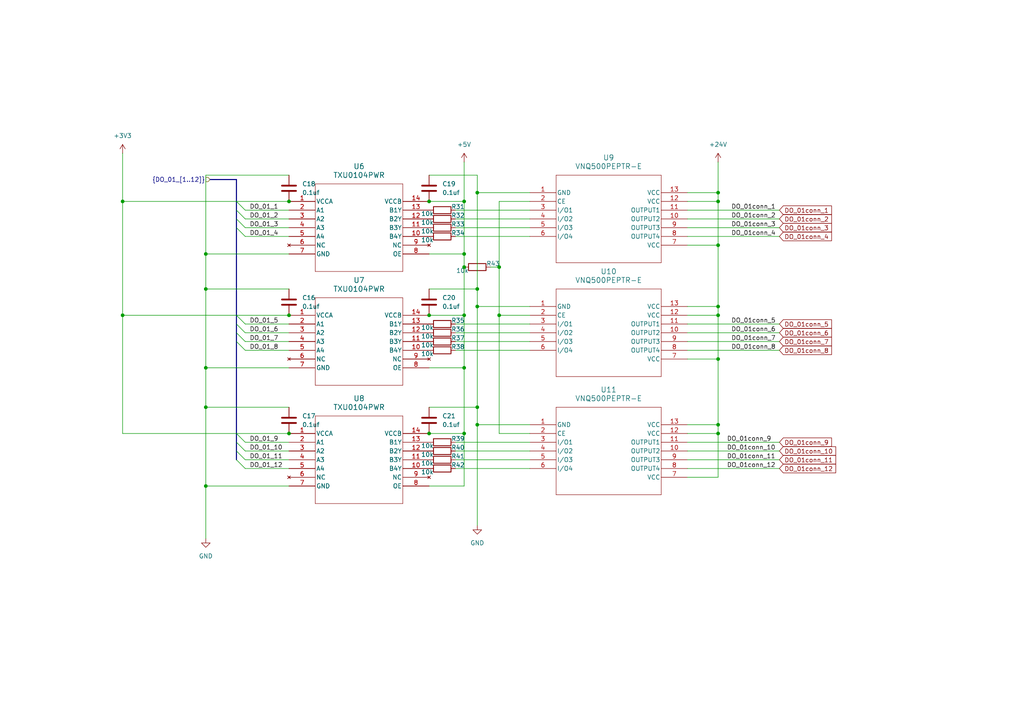
<source format=kicad_sch>
(kicad_sch
	(version 20231120)
	(generator "eeschema")
	(generator_version "8.0")
	(uuid "3b477b20-ef2a-4698-b9b6-b97f693985d6")
	(paper "A4")
	(lib_symbols
		(symbol "Device:C"
			(pin_numbers hide)
			(pin_names
				(offset 0.254)
			)
			(exclude_from_sim no)
			(in_bom yes)
			(on_board yes)
			(property "Reference" "C"
				(at 0.635 2.54 0)
				(effects
					(font
						(size 1.27 1.27)
					)
					(justify left)
				)
			)
			(property "Value" "C"
				(at 0.635 -2.54 0)
				(effects
					(font
						(size 1.27 1.27)
					)
					(justify left)
				)
			)
			(property "Footprint" ""
				(at 0.9652 -3.81 0)
				(effects
					(font
						(size 1.27 1.27)
					)
					(hide yes)
				)
			)
			(property "Datasheet" "~"
				(at 0 0 0)
				(effects
					(font
						(size 1.27 1.27)
					)
					(hide yes)
				)
			)
			(property "Description" "Unpolarized capacitor"
				(at 0 0 0)
				(effects
					(font
						(size 1.27 1.27)
					)
					(hide yes)
				)
			)
			(property "ki_keywords" "cap capacitor"
				(at 0 0 0)
				(effects
					(font
						(size 1.27 1.27)
					)
					(hide yes)
				)
			)
			(property "ki_fp_filters" "C_*"
				(at 0 0 0)
				(effects
					(font
						(size 1.27 1.27)
					)
					(hide yes)
				)
			)
			(symbol "C_0_1"
				(polyline
					(pts
						(xy -2.032 -0.762) (xy 2.032 -0.762)
					)
					(stroke
						(width 0.508)
						(type default)
					)
					(fill
						(type none)
					)
				)
				(polyline
					(pts
						(xy -2.032 0.762) (xy 2.032 0.762)
					)
					(stroke
						(width 0.508)
						(type default)
					)
					(fill
						(type none)
					)
				)
			)
			(symbol "C_1_1"
				(pin passive line
					(at 0 3.81 270)
					(length 2.794)
					(name "~"
						(effects
							(font
								(size 1.27 1.27)
							)
						)
					)
					(number "1"
						(effects
							(font
								(size 1.27 1.27)
							)
						)
					)
				)
				(pin passive line
					(at 0 -3.81 90)
					(length 2.794)
					(name "~"
						(effects
							(font
								(size 1.27 1.27)
							)
						)
					)
					(number "2"
						(effects
							(font
								(size 1.27 1.27)
							)
						)
					)
				)
			)
		)
		(symbol "Device:R"
			(pin_numbers hide)
			(pin_names
				(offset 0)
			)
			(exclude_from_sim no)
			(in_bom yes)
			(on_board yes)
			(property "Reference" "R"
				(at 2.032 0 90)
				(effects
					(font
						(size 1.27 1.27)
					)
				)
			)
			(property "Value" "R"
				(at 0 0 90)
				(effects
					(font
						(size 1.27 1.27)
					)
				)
			)
			(property "Footprint" ""
				(at -1.778 0 90)
				(effects
					(font
						(size 1.27 1.27)
					)
					(hide yes)
				)
			)
			(property "Datasheet" "~"
				(at 0 0 0)
				(effects
					(font
						(size 1.27 1.27)
					)
					(hide yes)
				)
			)
			(property "Description" "Resistor"
				(at 0 0 0)
				(effects
					(font
						(size 1.27 1.27)
					)
					(hide yes)
				)
			)
			(property "ki_keywords" "R res resistor"
				(at 0 0 0)
				(effects
					(font
						(size 1.27 1.27)
					)
					(hide yes)
				)
			)
			(property "ki_fp_filters" "R_*"
				(at 0 0 0)
				(effects
					(font
						(size 1.27 1.27)
					)
					(hide yes)
				)
			)
			(symbol "R_0_1"
				(rectangle
					(start -1.016 -2.54)
					(end 1.016 2.54)
					(stroke
						(width 0.254)
						(type default)
					)
					(fill
						(type none)
					)
				)
			)
			(symbol "R_1_1"
				(pin passive line
					(at 0 3.81 270)
					(length 1.27)
					(name "~"
						(effects
							(font
								(size 1.27 1.27)
							)
						)
					)
					(number "1"
						(effects
							(font
								(size 1.27 1.27)
							)
						)
					)
				)
				(pin passive line
					(at 0 -3.81 90)
					(length 1.27)
					(name "~"
						(effects
							(font
								(size 1.27 1.27)
							)
						)
					)
					(number "2"
						(effects
							(font
								(size 1.27 1.27)
							)
						)
					)
				)
			)
		)
		(symbol "HyprLib:TXU0104PWR"
			(pin_names
				(offset 0.254)
			)
			(exclude_from_sim no)
			(in_bom yes)
			(on_board yes)
			(property "Reference" "U"
				(at 20.32 10.16 0)
				(effects
					(font
						(size 1.524 1.524)
					)
				)
			)
			(property "Value" "TXU0104PWR"
				(at 20.32 7.62 0)
				(effects
					(font
						(size 1.524 1.524)
					)
				)
			)
			(property "Footprint" "TSSOP_0104PWR_TEX"
				(at 0 0 0)
				(effects
					(font
						(size 1.27 1.27)
						(italic yes)
					)
					(hide yes)
				)
			)
			(property "Datasheet" "TXU0104PWR"
				(at 0 0 0)
				(effects
					(font
						(size 1.27 1.27)
						(italic yes)
					)
					(hide yes)
				)
			)
			(property "Description" ""
				(at 0 0 0)
				(effects
					(font
						(size 1.27 1.27)
					)
					(hide yes)
				)
			)
			(property "ki_locked" ""
				(at 0 0 0)
				(effects
					(font
						(size 1.27 1.27)
					)
				)
			)
			(property "ki_keywords" "TXU0104PWR"
				(at 0 0 0)
				(effects
					(font
						(size 1.27 1.27)
					)
					(hide yes)
				)
			)
			(property "ki_fp_filters" "TSSOP_0104PWR_TEX TSSOP_0104PWR_TEX-M TSSOP_0104PWR_TEX-L"
				(at 0 0 0)
				(effects
					(font
						(size 1.27 1.27)
					)
					(hide yes)
				)
			)
			(symbol "TXU0104PWR_0_1"
				(polyline
					(pts
						(xy 7.62 -20.32) (xy 33.02 -20.32)
					)
					(stroke
						(width 0.127)
						(type default)
					)
					(fill
						(type none)
					)
				)
				(polyline
					(pts
						(xy 7.62 5.08) (xy 7.62 -20.32)
					)
					(stroke
						(width 0.127)
						(type default)
					)
					(fill
						(type none)
					)
				)
				(polyline
					(pts
						(xy 33.02 -20.32) (xy 33.02 5.08)
					)
					(stroke
						(width 0.127)
						(type default)
					)
					(fill
						(type none)
					)
				)
				(polyline
					(pts
						(xy 33.02 5.08) (xy 7.62 5.08)
					)
					(stroke
						(width 0.127)
						(type default)
					)
					(fill
						(type none)
					)
				)
				(pin power_in line
					(at 0 0 0)
					(length 7.62)
					(name "VCCA"
						(effects
							(font
								(size 1.27 1.27)
							)
						)
					)
					(number "1"
						(effects
							(font
								(size 1.27 1.27)
							)
						)
					)
				)
				(pin bidirectional line
					(at 40.64 -10.16 180)
					(length 7.62)
					(name "B4Y"
						(effects
							(font
								(size 1.27 1.27)
							)
						)
					)
					(number "10"
						(effects
							(font
								(size 1.27 1.27)
							)
						)
					)
				)
				(pin bidirectional line
					(at 40.64 -7.62 180)
					(length 7.62)
					(name "B3Y"
						(effects
							(font
								(size 1.27 1.27)
							)
						)
					)
					(number "11"
						(effects
							(font
								(size 1.27 1.27)
							)
						)
					)
				)
				(pin bidirectional line
					(at 40.64 -5.08 180)
					(length 7.62)
					(name "B2Y"
						(effects
							(font
								(size 1.27 1.27)
							)
						)
					)
					(number "12"
						(effects
							(font
								(size 1.27 1.27)
							)
						)
					)
				)
				(pin bidirectional line
					(at 40.64 -2.54 180)
					(length 7.62)
					(name "B1Y"
						(effects
							(font
								(size 1.27 1.27)
							)
						)
					)
					(number "13"
						(effects
							(font
								(size 1.27 1.27)
							)
						)
					)
				)
				(pin power_in line
					(at 40.64 0 180)
					(length 7.62)
					(name "VCCB"
						(effects
							(font
								(size 1.27 1.27)
							)
						)
					)
					(number "14"
						(effects
							(font
								(size 1.27 1.27)
							)
						)
					)
				)
				(pin bidirectional line
					(at 0 -2.54 0)
					(length 7.62)
					(name "A1"
						(effects
							(font
								(size 1.27 1.27)
							)
						)
					)
					(number "2"
						(effects
							(font
								(size 1.27 1.27)
							)
						)
					)
				)
				(pin bidirectional line
					(at 0 -5.08 0)
					(length 7.62)
					(name "A2"
						(effects
							(font
								(size 1.27 1.27)
							)
						)
					)
					(number "3"
						(effects
							(font
								(size 1.27 1.27)
							)
						)
					)
				)
				(pin bidirectional line
					(at 0 -7.62 0)
					(length 7.62)
					(name "A3"
						(effects
							(font
								(size 1.27 1.27)
							)
						)
					)
					(number "4"
						(effects
							(font
								(size 1.27 1.27)
							)
						)
					)
				)
				(pin bidirectional line
					(at 0 -10.16 0)
					(length 7.62)
					(name "A4"
						(effects
							(font
								(size 1.27 1.27)
							)
						)
					)
					(number "5"
						(effects
							(font
								(size 1.27 1.27)
							)
						)
					)
				)
				(pin no_connect line
					(at 0 -12.7 0)
					(length 7.62)
					(name "NC"
						(effects
							(font
								(size 1.27 1.27)
							)
						)
					)
					(number "6"
						(effects
							(font
								(size 1.27 1.27)
							)
						)
					)
				)
				(pin power_out line
					(at 0 -15.24 0)
					(length 7.62)
					(name "GND"
						(effects
							(font
								(size 1.27 1.27)
							)
						)
					)
					(number "7"
						(effects
							(font
								(size 1.27 1.27)
							)
						)
					)
				)
				(pin unspecified line
					(at 40.64 -15.24 180)
					(length 7.62)
					(name "OE"
						(effects
							(font
								(size 1.27 1.27)
							)
						)
					)
					(number "8"
						(effects
							(font
								(size 1.27 1.27)
							)
						)
					)
				)
				(pin no_connect line
					(at 40.64 -12.7 180)
					(length 7.62)
					(name "NC"
						(effects
							(font
								(size 1.27 1.27)
							)
						)
					)
					(number "9"
						(effects
							(font
								(size 1.27 1.27)
							)
						)
					)
				)
			)
		)
		(symbol "HyprLib:VNQ500PEPTR-E"
			(pin_names
				(offset 0.254)
			)
			(exclude_from_sim no)
			(in_bom yes)
			(on_board yes)
			(property "Reference" "U"
				(at 22.86 10.16 0)
				(effects
					(font
						(size 1.524 1.524)
					)
				)
			)
			(property "Value" "VNQ500PEPTR-E"
				(at 22.86 7.62 0)
				(effects
					(font
						(size 1.524 1.524)
					)
				)
			)
			(property "Footprint" "POWERSSO-12_STM"
				(at 0 0 0)
				(effects
					(font
						(size 1.27 1.27)
						(italic yes)
					)
					(hide yes)
				)
			)
			(property "Datasheet" "VNQ500PEPTR-E"
				(at 0 0 0)
				(effects
					(font
						(size 1.27 1.27)
						(italic yes)
					)
					(hide yes)
				)
			)
			(property "Description" ""
				(at 0 0 0)
				(effects
					(font
						(size 1.27 1.27)
					)
					(hide yes)
				)
			)
			(property "ki_keywords" "VNQ500PEPTR-E"
				(at 0 0 0)
				(effects
					(font
						(size 1.27 1.27)
					)
					(hide yes)
				)
			)
			(property "ki_fp_filters" "POWERSSO-12_STM POWERSSO-12_STM-M POWERSSO-12_STM-L"
				(at 0 0 0)
				(effects
					(font
						(size 1.27 1.27)
					)
					(hide yes)
				)
			)
			(symbol "VNQ500PEPTR-E_0_1"
				(polyline
					(pts
						(xy 7.62 -20.32) (xy 38.1 -20.32)
					)
					(stroke
						(width 0.127)
						(type default)
					)
					(fill
						(type none)
					)
				)
				(polyline
					(pts
						(xy 7.62 5.08) (xy 7.62 -20.32)
					)
					(stroke
						(width 0.127)
						(type default)
					)
					(fill
						(type none)
					)
				)
				(polyline
					(pts
						(xy 38.1 -20.32) (xy 38.1 5.08)
					)
					(stroke
						(width 0.127)
						(type default)
					)
					(fill
						(type none)
					)
				)
				(polyline
					(pts
						(xy 38.1 5.08) (xy 7.62 5.08)
					)
					(stroke
						(width 0.127)
						(type default)
					)
					(fill
						(type none)
					)
				)
				(pin power_out line
					(at 0 0 0)
					(length 7.62)
					(name "GND"
						(effects
							(font
								(size 1.27 1.27)
							)
						)
					)
					(number "1"
						(effects
							(font
								(size 1.27 1.27)
							)
						)
					)
				)
				(pin output line
					(at 45.72 -7.62 180)
					(length 7.62)
					(name "OUTPUT2"
						(effects
							(font
								(size 1.27 1.27)
							)
						)
					)
					(number "10"
						(effects
							(font
								(size 1.27 1.27)
							)
						)
					)
				)
				(pin output line
					(at 45.72 -5.08 180)
					(length 7.62)
					(name "OUTPUT1"
						(effects
							(font
								(size 1.27 1.27)
							)
						)
					)
					(number "11"
						(effects
							(font
								(size 1.27 1.27)
							)
						)
					)
				)
				(pin power_in line
					(at 45.72 -2.54 180)
					(length 7.62)
					(name "VCC"
						(effects
							(font
								(size 1.27 1.27)
							)
						)
					)
					(number "12"
						(effects
							(font
								(size 1.27 1.27)
							)
						)
					)
				)
				(pin input line
					(at 0 -2.54 0)
					(length 7.62)
					(name "CE"
						(effects
							(font
								(size 1.27 1.27)
							)
						)
					)
					(number "2"
						(effects
							(font
								(size 1.27 1.27)
							)
						)
					)
				)
				(pin bidirectional line
					(at 0 -5.08 0)
					(length 7.62)
					(name "I/O1"
						(effects
							(font
								(size 1.27 1.27)
							)
						)
					)
					(number "3"
						(effects
							(font
								(size 1.27 1.27)
							)
						)
					)
				)
				(pin bidirectional line
					(at 0 -7.62 0)
					(length 7.62)
					(name "I/O2"
						(effects
							(font
								(size 1.27 1.27)
							)
						)
					)
					(number "4"
						(effects
							(font
								(size 1.27 1.27)
							)
						)
					)
				)
				(pin bidirectional line
					(at 0 -10.16 0)
					(length 7.62)
					(name "I/O3"
						(effects
							(font
								(size 1.27 1.27)
							)
						)
					)
					(number "5"
						(effects
							(font
								(size 1.27 1.27)
							)
						)
					)
				)
				(pin bidirectional line
					(at 0 -12.7 0)
					(length 7.62)
					(name "I/O4"
						(effects
							(font
								(size 1.27 1.27)
							)
						)
					)
					(number "6"
						(effects
							(font
								(size 1.27 1.27)
							)
						)
					)
				)
				(pin power_in line
					(at 45.72 -15.24 180)
					(length 7.62)
					(name "VCC"
						(effects
							(font
								(size 1.27 1.27)
							)
						)
					)
					(number "7"
						(effects
							(font
								(size 1.27 1.27)
							)
						)
					)
				)
				(pin output line
					(at 45.72 -12.7 180)
					(length 7.62)
					(name "OUTPUT4"
						(effects
							(font
								(size 1.27 1.27)
							)
						)
					)
					(number "8"
						(effects
							(font
								(size 1.27 1.27)
							)
						)
					)
				)
				(pin output line
					(at 45.72 -10.16 180)
					(length 7.62)
					(name "OUTPUT3"
						(effects
							(font
								(size 1.27 1.27)
							)
						)
					)
					(number "9"
						(effects
							(font
								(size 1.27 1.27)
							)
						)
					)
				)
			)
			(symbol "VNQ500PEPTR-E_1_1"
				(pin power_in line
					(at 45.72 0 180)
					(length 7.62)
					(name "VCC"
						(effects
							(font
								(size 1.27 1.27)
							)
						)
					)
					(number "13"
						(effects
							(font
								(size 1.27 1.27)
							)
						)
					)
				)
			)
		)
		(symbol "power:+24V"
			(power)
			(pin_numbers hide)
			(pin_names
				(offset 0) hide)
			(exclude_from_sim no)
			(in_bom yes)
			(on_board yes)
			(property "Reference" "#PWR"
				(at 0 -3.81 0)
				(effects
					(font
						(size 1.27 1.27)
					)
					(hide yes)
				)
			)
			(property "Value" "+24V"
				(at 0 3.556 0)
				(effects
					(font
						(size 1.27 1.27)
					)
				)
			)
			(property "Footprint" ""
				(at 0 0 0)
				(effects
					(font
						(size 1.27 1.27)
					)
					(hide yes)
				)
			)
			(property "Datasheet" ""
				(at 0 0 0)
				(effects
					(font
						(size 1.27 1.27)
					)
					(hide yes)
				)
			)
			(property "Description" "Power symbol creates a global label with name \"+24V\""
				(at 0 0 0)
				(effects
					(font
						(size 1.27 1.27)
					)
					(hide yes)
				)
			)
			(property "ki_keywords" "global power"
				(at 0 0 0)
				(effects
					(font
						(size 1.27 1.27)
					)
					(hide yes)
				)
			)
			(symbol "+24V_0_1"
				(polyline
					(pts
						(xy -0.762 1.27) (xy 0 2.54)
					)
					(stroke
						(width 0)
						(type default)
					)
					(fill
						(type none)
					)
				)
				(polyline
					(pts
						(xy 0 0) (xy 0 2.54)
					)
					(stroke
						(width 0)
						(type default)
					)
					(fill
						(type none)
					)
				)
				(polyline
					(pts
						(xy 0 2.54) (xy 0.762 1.27)
					)
					(stroke
						(width 0)
						(type default)
					)
					(fill
						(type none)
					)
				)
			)
			(symbol "+24V_1_1"
				(pin power_in line
					(at 0 0 90)
					(length 0)
					(name "~"
						(effects
							(font
								(size 1.27 1.27)
							)
						)
					)
					(number "1"
						(effects
							(font
								(size 1.27 1.27)
							)
						)
					)
				)
			)
		)
		(symbol "power:+3V3"
			(power)
			(pin_numbers hide)
			(pin_names
				(offset 0) hide)
			(exclude_from_sim no)
			(in_bom yes)
			(on_board yes)
			(property "Reference" "#PWR"
				(at 0 -3.81 0)
				(effects
					(font
						(size 1.27 1.27)
					)
					(hide yes)
				)
			)
			(property "Value" "+3V3"
				(at 0 3.556 0)
				(effects
					(font
						(size 1.27 1.27)
					)
				)
			)
			(property "Footprint" ""
				(at 0 0 0)
				(effects
					(font
						(size 1.27 1.27)
					)
					(hide yes)
				)
			)
			(property "Datasheet" ""
				(at 0 0 0)
				(effects
					(font
						(size 1.27 1.27)
					)
					(hide yes)
				)
			)
			(property "Description" "Power symbol creates a global label with name \"+3V3\""
				(at 0 0 0)
				(effects
					(font
						(size 1.27 1.27)
					)
					(hide yes)
				)
			)
			(property "ki_keywords" "global power"
				(at 0 0 0)
				(effects
					(font
						(size 1.27 1.27)
					)
					(hide yes)
				)
			)
			(symbol "+3V3_0_1"
				(polyline
					(pts
						(xy -0.762 1.27) (xy 0 2.54)
					)
					(stroke
						(width 0)
						(type default)
					)
					(fill
						(type none)
					)
				)
				(polyline
					(pts
						(xy 0 0) (xy 0 2.54)
					)
					(stroke
						(width 0)
						(type default)
					)
					(fill
						(type none)
					)
				)
				(polyline
					(pts
						(xy 0 2.54) (xy 0.762 1.27)
					)
					(stroke
						(width 0)
						(type default)
					)
					(fill
						(type none)
					)
				)
			)
			(symbol "+3V3_1_1"
				(pin power_in line
					(at 0 0 90)
					(length 0)
					(name "~"
						(effects
							(font
								(size 1.27 1.27)
							)
						)
					)
					(number "1"
						(effects
							(font
								(size 1.27 1.27)
							)
						)
					)
				)
			)
		)
		(symbol "power:+5V"
			(power)
			(pin_numbers hide)
			(pin_names
				(offset 0) hide)
			(exclude_from_sim no)
			(in_bom yes)
			(on_board yes)
			(property "Reference" "#PWR"
				(at 0 -3.81 0)
				(effects
					(font
						(size 1.27 1.27)
					)
					(hide yes)
				)
			)
			(property "Value" "+5V"
				(at 0 3.556 0)
				(effects
					(font
						(size 1.27 1.27)
					)
				)
			)
			(property "Footprint" ""
				(at 0 0 0)
				(effects
					(font
						(size 1.27 1.27)
					)
					(hide yes)
				)
			)
			(property "Datasheet" ""
				(at 0 0 0)
				(effects
					(font
						(size 1.27 1.27)
					)
					(hide yes)
				)
			)
			(property "Description" "Power symbol creates a global label with name \"+5V\""
				(at 0 0 0)
				(effects
					(font
						(size 1.27 1.27)
					)
					(hide yes)
				)
			)
			(property "ki_keywords" "global power"
				(at 0 0 0)
				(effects
					(font
						(size 1.27 1.27)
					)
					(hide yes)
				)
			)
			(symbol "+5V_0_1"
				(polyline
					(pts
						(xy -0.762 1.27) (xy 0 2.54)
					)
					(stroke
						(width 0)
						(type default)
					)
					(fill
						(type none)
					)
				)
				(polyline
					(pts
						(xy 0 0) (xy 0 2.54)
					)
					(stroke
						(width 0)
						(type default)
					)
					(fill
						(type none)
					)
				)
				(polyline
					(pts
						(xy 0 2.54) (xy 0.762 1.27)
					)
					(stroke
						(width 0)
						(type default)
					)
					(fill
						(type none)
					)
				)
			)
			(symbol "+5V_1_1"
				(pin power_in line
					(at 0 0 90)
					(length 0)
					(name "~"
						(effects
							(font
								(size 1.27 1.27)
							)
						)
					)
					(number "1"
						(effects
							(font
								(size 1.27 1.27)
							)
						)
					)
				)
			)
		)
		(symbol "power:GND"
			(power)
			(pin_numbers hide)
			(pin_names
				(offset 0) hide)
			(exclude_from_sim no)
			(in_bom yes)
			(on_board yes)
			(property "Reference" "#PWR"
				(at 0 -6.35 0)
				(effects
					(font
						(size 1.27 1.27)
					)
					(hide yes)
				)
			)
			(property "Value" "GND"
				(at 0 -3.81 0)
				(effects
					(font
						(size 1.27 1.27)
					)
				)
			)
			(property "Footprint" ""
				(at 0 0 0)
				(effects
					(font
						(size 1.27 1.27)
					)
					(hide yes)
				)
			)
			(property "Datasheet" ""
				(at 0 0 0)
				(effects
					(font
						(size 1.27 1.27)
					)
					(hide yes)
				)
			)
			(property "Description" "Power symbol creates a global label with name \"GND\" , ground"
				(at 0 0 0)
				(effects
					(font
						(size 1.27 1.27)
					)
					(hide yes)
				)
			)
			(property "ki_keywords" "global power"
				(at 0 0 0)
				(effects
					(font
						(size 1.27 1.27)
					)
					(hide yes)
				)
			)
			(symbol "GND_0_1"
				(polyline
					(pts
						(xy 0 0) (xy 0 -1.27) (xy 1.27 -1.27) (xy 0 -2.54) (xy -1.27 -1.27) (xy 0 -1.27)
					)
					(stroke
						(width 0)
						(type default)
					)
					(fill
						(type none)
					)
				)
			)
			(symbol "GND_1_1"
				(pin power_in line
					(at 0 0 270)
					(length 0)
					(name "~"
						(effects
							(font
								(size 1.27 1.27)
							)
						)
					)
					(number "1"
						(effects
							(font
								(size 1.27 1.27)
							)
						)
					)
				)
			)
		)
	)
	(junction
		(at 59.69 73.66)
		(diameter 0)
		(color 0 0 0 0)
		(uuid "02ae0064-f615-45f7-8fa8-0eebee3a0ed9")
	)
	(junction
		(at 134.62 91.44)
		(diameter 0)
		(color 0 0 0 0)
		(uuid "09679d9c-d71b-4f73-8e0a-31f19f8861a1")
	)
	(junction
		(at 59.69 83.82)
		(diameter 0)
		(color 0 0 0 0)
		(uuid "0bf29c76-cf9c-4359-b9d0-20d818860ded")
	)
	(junction
		(at 208.28 123.19)
		(diameter 0)
		(color 0 0 0 0)
		(uuid "0e250f4f-5843-44ec-a8cb-d62063ba1e34")
	)
	(junction
		(at 208.28 91.44)
		(diameter 0)
		(color 0 0 0 0)
		(uuid "11d089d9-c8d1-4c78-bc24-316c2297b604")
	)
	(junction
		(at 134.62 73.66)
		(diameter 0)
		(color 0 0 0 0)
		(uuid "20eb4629-5ecf-47e5-93d0-5af0b097959d")
	)
	(junction
		(at 138.43 88.9)
		(diameter 0)
		(color 0 0 0 0)
		(uuid "21d2095e-a8d9-4698-90f8-041b979e7387")
	)
	(junction
		(at 83.82 91.44)
		(diameter 0)
		(color 0 0 0 0)
		(uuid "274a1452-16a6-4ac0-891b-2014237f59d7")
	)
	(junction
		(at 35.56 58.42)
		(diameter 0)
		(color 0 0 0 0)
		(uuid "31981779-8b21-4236-9425-73c1eb13d295")
	)
	(junction
		(at 138.43 83.82)
		(diameter 0)
		(color 0 0 0 0)
		(uuid "31a43d0f-a9b1-4ae6-9030-bef0b6ebc5cd")
	)
	(junction
		(at 208.28 58.42)
		(diameter 0)
		(color 0 0 0 0)
		(uuid "3259c5fc-04a4-47b3-a951-a9e2a5599b50")
	)
	(junction
		(at 208.28 104.14)
		(diameter 0)
		(color 0 0 0 0)
		(uuid "33aee2f0-9f10-4aa6-ba40-90a7d0b6ea95")
	)
	(junction
		(at 124.46 91.44)
		(diameter 0)
		(color 0 0 0 0)
		(uuid "33d28e84-df87-4eb5-9bb6-d4b001487908")
	)
	(junction
		(at 208.28 55.88)
		(diameter 0)
		(color 0 0 0 0)
		(uuid "40442b4d-ea07-4840-989c-ee11954297dd")
	)
	(junction
		(at 59.69 106.68)
		(diameter 0)
		(color 0 0 0 0)
		(uuid "40df2cb1-b9ca-4708-aee8-f0cd0091cb60")
	)
	(junction
		(at 35.56 91.44)
		(diameter 0)
		(color 0 0 0 0)
		(uuid "5ce52a57-57ab-47f1-a815-34484109b039")
	)
	(junction
		(at 138.43 118.11)
		(diameter 0)
		(color 0 0 0 0)
		(uuid "5d709fa6-d78a-45dd-a0b0-eab76fa0f80e")
	)
	(junction
		(at 124.46 125.73)
		(diameter 0)
		(color 0 0 0 0)
		(uuid "6052e308-7d71-4005-99c3-e742f2195129")
	)
	(junction
		(at 208.28 71.12)
		(diameter 0)
		(color 0 0 0 0)
		(uuid "6a6096c6-8a76-4edc-8e73-f95b07518abe")
	)
	(junction
		(at 134.62 77.47)
		(diameter 0)
		(color 0 0 0 0)
		(uuid "70b58483-aaed-4491-966a-ea9725e1f1c8")
	)
	(junction
		(at 134.62 58.42)
		(diameter 0)
		(color 0 0 0 0)
		(uuid "84383d46-4e88-4bb8-8f65-11e7999843e2")
	)
	(junction
		(at 59.69 140.97)
		(diameter 0)
		(color 0 0 0 0)
		(uuid "87e4bde7-32f3-4af2-b14a-6c796ae80fe3")
	)
	(junction
		(at 124.46 58.42)
		(diameter 0)
		(color 0 0 0 0)
		(uuid "8b8aa40f-6209-4504-bd75-b5bfb1ae4e5e")
	)
	(junction
		(at 144.78 91.44)
		(diameter 0)
		(color 0 0 0 0)
		(uuid "8c320fd9-e465-45ef-9805-0b466b3718b1")
	)
	(junction
		(at 83.82 58.42)
		(diameter 0)
		(color 0 0 0 0)
		(uuid "97033957-cde6-44d4-8d03-4063d82b452f")
	)
	(junction
		(at 208.28 125.73)
		(diameter 0)
		(color 0 0 0 0)
		(uuid "a156d7f3-3571-488d-987b-00af03c6ca3b")
	)
	(junction
		(at 134.62 106.68)
		(diameter 0)
		(color 0 0 0 0)
		(uuid "b73614ee-3471-4e21-a181-52bd8daa4675")
	)
	(junction
		(at 138.43 123.19)
		(diameter 0)
		(color 0 0 0 0)
		(uuid "b832d124-8070-4a90-91fe-5fedc90ff74b")
	)
	(junction
		(at 83.82 125.73)
		(diameter 0)
		(color 0 0 0 0)
		(uuid "bc53e85f-760f-46bc-8724-7a49d1ebba95")
	)
	(junction
		(at 144.78 77.47)
		(diameter 0)
		(color 0 0 0 0)
		(uuid "d222386d-d57a-47e2-93fc-79c342d9e540")
	)
	(junction
		(at 134.62 125.73)
		(diameter 0)
		(color 0 0 0 0)
		(uuid "e5eb32d9-d598-4588-a634-c5289c4d2020")
	)
	(junction
		(at 138.43 55.88)
		(diameter 0)
		(color 0 0 0 0)
		(uuid "ed72a504-873e-4ad2-8859-281edcddf54f")
	)
	(junction
		(at 59.69 118.11)
		(diameter 0)
		(color 0 0 0 0)
		(uuid "ee828c13-06f6-4666-9fea-f47ac9b314d8")
	)
	(junction
		(at 208.28 88.9)
		(diameter 0)
		(color 0 0 0 0)
		(uuid "f09ec1d1-1229-4dab-9719-c356ea83d15b")
	)
	(bus_entry
		(at 68.58 130.81)
		(size 2.54 2.54)
		(stroke
			(width 0)
			(type default)
		)
		(uuid "02cf0286-f015-44a2-ae92-405a294cdf58")
	)
	(bus_entry
		(at 68.58 96.52)
		(size 2.54 2.54)
		(stroke
			(width 0)
			(type default)
		)
		(uuid "058645ba-d3db-48f5-8e0e-6d9e80271763")
	)
	(bus_entry
		(at 68.58 58.42)
		(size 2.54 2.54)
		(stroke
			(width 0)
			(type default)
		)
		(uuid "26666ab1-5bd7-4550-abbc-0691bfd3bb39")
	)
	(bus_entry
		(at 68.58 133.35)
		(size 2.54 2.54)
		(stroke
			(width 0)
			(type default)
		)
		(uuid "2cf7be69-6f89-4c6d-9506-5f9b9f55bc09")
	)
	(bus_entry
		(at 68.58 93.98)
		(size 2.54 2.54)
		(stroke
			(width 0)
			(type default)
		)
		(uuid "442a32e7-778d-4295-a2e4-0809795c2acf")
	)
	(bus_entry
		(at 68.58 125.73)
		(size 2.54 2.54)
		(stroke
			(width 0)
			(type default)
		)
		(uuid "4f8d0275-a3b0-4e7e-95e4-48f699513704")
	)
	(bus_entry
		(at 68.58 63.5)
		(size 2.54 2.54)
		(stroke
			(width 0)
			(type default)
		)
		(uuid "70b84a4b-6e0f-4792-a9ad-28c2408bea3a")
	)
	(bus_entry
		(at 68.58 128.27)
		(size 2.54 2.54)
		(stroke
			(width 0)
			(type default)
		)
		(uuid "82954752-852e-4f0e-93f2-da453a4ccdb4")
	)
	(bus_entry
		(at 68.58 60.96)
		(size 2.54 2.54)
		(stroke
			(width 0)
			(type default)
		)
		(uuid "920e498c-d2bb-489a-b56f-0243f727485f")
	)
	(bus_entry
		(at 68.58 66.04)
		(size 2.54 2.54)
		(stroke
			(width 0)
			(type default)
		)
		(uuid "d3a1a892-60a6-4900-ab89-11ff0cb17aa1")
	)
	(bus_entry
		(at 68.58 91.44)
		(size 2.54 2.54)
		(stroke
			(width 0)
			(type default)
		)
		(uuid "f8d46e99-6411-4753-b937-bd188b2fb309")
	)
	(bus_entry
		(at 68.58 99.06)
		(size 2.54 2.54)
		(stroke
			(width 0)
			(type default)
		)
		(uuid "f90a7f70-8cb1-4fb9-a233-7db970a15599")
	)
	(wire
		(pts
			(xy 208.28 104.14) (xy 208.28 123.19)
		)
		(stroke
			(width 0)
			(type default)
		)
		(uuid "008a923f-7d15-4849-95c2-0abab5efe7eb")
	)
	(bus
		(pts
			(xy 68.58 125.73) (xy 68.58 128.27)
		)
		(stroke
			(width 0)
			(type default)
		)
		(uuid "03147dd2-d2ee-47a2-942a-4ca96185fd6d")
	)
	(bus
		(pts
			(xy 68.58 58.42) (xy 68.58 60.96)
		)
		(stroke
			(width 0)
			(type default)
		)
		(uuid "050920e4-b9b7-48f2-a8e0-b72c45b55feb")
	)
	(wire
		(pts
			(xy 199.39 130.81) (xy 226.06 130.81)
		)
		(stroke
			(width 0)
			(type default)
		)
		(uuid "0f44f609-23c8-4ee6-a703-ec1eb7f9b1a7")
	)
	(wire
		(pts
			(xy 124.46 106.68) (xy 134.62 106.68)
		)
		(stroke
			(width 0)
			(type default)
		)
		(uuid "0f9ced74-5870-4f4c-b32d-363962ecb92d")
	)
	(wire
		(pts
			(xy 208.28 71.12) (xy 208.28 88.9)
		)
		(stroke
			(width 0)
			(type default)
		)
		(uuid "13dfceb2-f810-4fd3-84a6-06d64e1a8f17")
	)
	(wire
		(pts
			(xy 132.08 96.52) (xy 153.67 96.52)
		)
		(stroke
			(width 0)
			(type default)
		)
		(uuid "1540203e-dd32-47c8-a08e-9b8494a14ecc")
	)
	(wire
		(pts
			(xy 59.69 50.8) (xy 59.69 73.66)
		)
		(stroke
			(width 0)
			(type default)
		)
		(uuid "1562d40f-54f8-4d74-9603-1b46c681ee3a")
	)
	(wire
		(pts
			(xy 134.62 91.44) (xy 124.46 91.44)
		)
		(stroke
			(width 0)
			(type default)
		)
		(uuid "15ce0565-0b50-45c5-b70b-7931ed22a820")
	)
	(wire
		(pts
			(xy 59.69 83.82) (xy 83.82 83.82)
		)
		(stroke
			(width 0)
			(type default)
		)
		(uuid "15de3363-ea41-471b-bc22-e78a46f4b7b9")
	)
	(wire
		(pts
			(xy 35.56 58.42) (xy 68.58 58.42)
		)
		(stroke
			(width 0)
			(type default)
		)
		(uuid "168a1eef-fa24-492c-a565-7dd180f84c04")
	)
	(wire
		(pts
			(xy 153.67 125.73) (xy 144.78 125.73)
		)
		(stroke
			(width 0)
			(type default)
		)
		(uuid "170a38c5-a4ec-4b32-9489-bcac0f2d4612")
	)
	(wire
		(pts
			(xy 132.08 60.96) (xy 153.67 60.96)
		)
		(stroke
			(width 0)
			(type default)
		)
		(uuid "17619098-7690-40b6-9339-b8f14a0e8d29")
	)
	(bus
		(pts
			(xy 68.58 66.04) (xy 68.58 91.44)
		)
		(stroke
			(width 0)
			(type default)
		)
		(uuid "18cae717-78da-405b-b86b-db935b6a6084")
	)
	(wire
		(pts
			(xy 132.08 66.04) (xy 153.67 66.04)
		)
		(stroke
			(width 0)
			(type default)
		)
		(uuid "19d25822-23c1-4b07-8009-4fec7ee8cc63")
	)
	(wire
		(pts
			(xy 71.12 68.58) (xy 83.82 68.58)
		)
		(stroke
			(width 0)
			(type default)
		)
		(uuid "19d36fee-f831-4103-a0aa-b23e836b7d8d")
	)
	(bus
		(pts
			(xy 68.58 60.96) (xy 68.58 63.5)
		)
		(stroke
			(width 0)
			(type default)
		)
		(uuid "1e585fcb-b890-4736-aa14-fa76ad9d93f3")
	)
	(wire
		(pts
			(xy 132.08 135.89) (xy 153.67 135.89)
		)
		(stroke
			(width 0)
			(type default)
		)
		(uuid "1f8d78c2-1e5b-41f8-ae79-876bac8f1c13")
	)
	(wire
		(pts
			(xy 208.28 125.73) (xy 199.39 125.73)
		)
		(stroke
			(width 0)
			(type default)
		)
		(uuid "2a9e3a78-e4fc-40e3-92ca-e72e409d4143")
	)
	(wire
		(pts
			(xy 199.39 93.98) (xy 226.06 93.98)
		)
		(stroke
			(width 0)
			(type default)
		)
		(uuid "2c6db0de-5b77-475f-8ef6-c4c30db6dd00")
	)
	(wire
		(pts
			(xy 208.28 91.44) (xy 208.28 104.14)
		)
		(stroke
			(width 0)
			(type default)
		)
		(uuid "2c95a50c-38f8-4fea-83c2-54dee03f484b")
	)
	(wire
		(pts
			(xy 132.08 93.98) (xy 153.67 93.98)
		)
		(stroke
			(width 0)
			(type default)
		)
		(uuid "2d38382b-2761-4f8d-97ab-b2b6b66a6b89")
	)
	(wire
		(pts
			(xy 199.39 101.6) (xy 226.06 101.6)
		)
		(stroke
			(width 0)
			(type default)
		)
		(uuid "31a1e364-b2cb-4d52-9d73-8e27f763251e")
	)
	(wire
		(pts
			(xy 134.62 77.47) (xy 134.62 91.44)
		)
		(stroke
			(width 0)
			(type default)
		)
		(uuid "3446375e-9505-45e9-bb7a-05510aafc2c8")
	)
	(bus
		(pts
			(xy 68.58 96.52) (xy 68.58 99.06)
		)
		(stroke
			(width 0)
			(type default)
		)
		(uuid "34e59fb7-5364-4d3e-abc3-4eeab156db85")
	)
	(wire
		(pts
			(xy 138.43 123.19) (xy 153.67 123.19)
		)
		(stroke
			(width 0)
			(type default)
		)
		(uuid "356ba5dc-0d8e-43ec-9577-cbea66af963f")
	)
	(wire
		(pts
			(xy 124.46 83.82) (xy 138.43 83.82)
		)
		(stroke
			(width 0)
			(type default)
		)
		(uuid "35ca8e4c-d3a0-47c5-b926-fe709a029d5e")
	)
	(wire
		(pts
			(xy 59.69 156.21) (xy 59.69 140.97)
		)
		(stroke
			(width 0)
			(type default)
		)
		(uuid "361a5485-f475-4b16-95e0-ad46e9a1f9e0")
	)
	(bus
		(pts
			(xy 68.58 93.98) (xy 68.58 96.52)
		)
		(stroke
			(width 0)
			(type default)
		)
		(uuid "3814eb19-4662-4f8f-9e34-bce643786831")
	)
	(wire
		(pts
			(xy 71.12 66.04) (xy 83.82 66.04)
		)
		(stroke
			(width 0)
			(type default)
		)
		(uuid "39180afb-5b9b-4785-adcf-c682841ac957")
	)
	(wire
		(pts
			(xy 59.69 106.68) (xy 59.69 118.11)
		)
		(stroke
			(width 0)
			(type default)
		)
		(uuid "3af5560c-895b-48df-8c81-195c889f14c1")
	)
	(wire
		(pts
			(xy 134.62 106.68) (xy 134.62 125.73)
		)
		(stroke
			(width 0)
			(type default)
		)
		(uuid "3ee7d338-d36d-4b8c-aed6-098d41231470")
	)
	(wire
		(pts
			(xy 124.46 118.11) (xy 138.43 118.11)
		)
		(stroke
			(width 0)
			(type default)
		)
		(uuid "40245422-aa26-4417-91e4-658fd0a17b7f")
	)
	(wire
		(pts
			(xy 124.46 73.66) (xy 134.62 73.66)
		)
		(stroke
			(width 0)
			(type default)
		)
		(uuid "4205b0ec-be11-4f72-94a2-6c5620db1cb6")
	)
	(wire
		(pts
			(xy 132.08 133.35) (xy 153.67 133.35)
		)
		(stroke
			(width 0)
			(type default)
		)
		(uuid "43739124-b394-4f69-ac16-c0901c6bd96e")
	)
	(wire
		(pts
			(xy 71.12 101.6) (xy 83.82 101.6)
		)
		(stroke
			(width 0)
			(type default)
		)
		(uuid "43bff2a8-5a6f-493a-9cfc-6618fb0949b5")
	)
	(wire
		(pts
			(xy 71.12 93.98) (xy 83.82 93.98)
		)
		(stroke
			(width 0)
			(type default)
		)
		(uuid "444791c9-fdfc-4eff-8af2-fc457d6214e6")
	)
	(wire
		(pts
			(xy 199.39 63.5) (xy 226.06 63.5)
		)
		(stroke
			(width 0)
			(type default)
		)
		(uuid "45a746a5-3ac2-45fc-9bd3-2663e5bc2eab")
	)
	(wire
		(pts
			(xy 35.56 91.44) (xy 68.58 91.44)
		)
		(stroke
			(width 0)
			(type default)
		)
		(uuid "4949a145-f299-4832-9434-a976a8770f1c")
	)
	(wire
		(pts
			(xy 68.58 58.42) (xy 83.82 58.42)
		)
		(stroke
			(width 0)
			(type default)
		)
		(uuid "4cccf40c-4280-4c01-950e-0d53d1ef9e52")
	)
	(wire
		(pts
			(xy 71.12 130.81) (xy 83.82 130.81)
		)
		(stroke
			(width 0)
			(type default)
		)
		(uuid "4e68957b-6c64-4e0b-8178-6b1b873918ab")
	)
	(wire
		(pts
			(xy 132.08 63.5) (xy 153.67 63.5)
		)
		(stroke
			(width 0)
			(type default)
		)
		(uuid "4e8925ce-5c0e-431c-a78b-3625a0ec8811")
	)
	(wire
		(pts
			(xy 144.78 125.73) (xy 144.78 91.44)
		)
		(stroke
			(width 0)
			(type default)
		)
		(uuid "4ed0e83f-c8d6-410a-b9cb-74034ff3bc3b")
	)
	(wire
		(pts
			(xy 208.28 88.9) (xy 199.39 88.9)
		)
		(stroke
			(width 0)
			(type default)
		)
		(uuid "4f9f4748-0eff-47f9-9da0-6e28ce2af693")
	)
	(wire
		(pts
			(xy 199.39 68.58) (xy 226.06 68.58)
		)
		(stroke
			(width 0)
			(type default)
		)
		(uuid "570e235b-0849-4eee-8a79-f6d91d6a1c44")
	)
	(wire
		(pts
			(xy 132.08 128.27) (xy 153.67 128.27)
		)
		(stroke
			(width 0)
			(type default)
		)
		(uuid "58b65922-c97b-4dab-8ff8-906944149e74")
	)
	(bus
		(pts
			(xy 60.96 52.07) (xy 68.58 52.07)
		)
		(stroke
			(width 0)
			(type default)
		)
		(uuid "624987ed-8178-4c65-a52a-52c9d7429c93")
	)
	(wire
		(pts
			(xy 199.39 135.89) (xy 226.06 135.89)
		)
		(stroke
			(width 0)
			(type default)
		)
		(uuid "68934386-b2a4-4d90-b206-ba6cd3e48b90")
	)
	(wire
		(pts
			(xy 208.28 71.12) (xy 199.39 71.12)
		)
		(stroke
			(width 0)
			(type default)
		)
		(uuid "6a2cf813-3fd3-46ae-b481-12b779d7b972")
	)
	(wire
		(pts
			(xy 68.58 91.44) (xy 83.82 91.44)
		)
		(stroke
			(width 0)
			(type default)
		)
		(uuid "6c571bc4-f1bf-420f-bf33-28a1388f2745")
	)
	(wire
		(pts
			(xy 59.69 83.82) (xy 59.69 106.68)
		)
		(stroke
			(width 0)
			(type default)
		)
		(uuid "70b28ce8-48ae-4453-8d70-aada83f1f6af")
	)
	(wire
		(pts
			(xy 134.62 46.99) (xy 134.62 58.42)
		)
		(stroke
			(width 0)
			(type default)
		)
		(uuid "712a81eb-6196-4a9c-95df-e6df5d532084")
	)
	(wire
		(pts
			(xy 71.12 128.27) (xy 83.82 128.27)
		)
		(stroke
			(width 0)
			(type default)
		)
		(uuid "71b2eda8-128c-4bdb-a20d-41406818a831")
	)
	(wire
		(pts
			(xy 144.78 58.42) (xy 153.67 58.42)
		)
		(stroke
			(width 0)
			(type default)
		)
		(uuid "720615d7-45e4-44ec-8b78-1eae3595faa8")
	)
	(wire
		(pts
			(xy 208.28 91.44) (xy 199.39 91.44)
		)
		(stroke
			(width 0)
			(type default)
		)
		(uuid "73254d31-7def-4b2d-9506-eb60d7573c9d")
	)
	(wire
		(pts
			(xy 134.62 58.42) (xy 134.62 73.66)
		)
		(stroke
			(width 0)
			(type default)
		)
		(uuid "74f5609e-fc9f-4666-98db-fdf1c21c61e2")
	)
	(wire
		(pts
			(xy 138.43 88.9) (xy 138.43 83.82)
		)
		(stroke
			(width 0)
			(type default)
		)
		(uuid "7751293c-62f4-4393-9353-2e3cec72e67a")
	)
	(wire
		(pts
			(xy 71.12 133.35) (xy 83.82 133.35)
		)
		(stroke
			(width 0)
			(type default)
		)
		(uuid "782d5fd5-12c3-4a23-ab51-0710e887fffa")
	)
	(wire
		(pts
			(xy 208.28 55.88) (xy 208.28 58.42)
		)
		(stroke
			(width 0)
			(type default)
		)
		(uuid "78d37bed-6338-4e97-94b2-408df9b4a221")
	)
	(bus
		(pts
			(xy 68.58 63.5) (xy 68.58 66.04)
		)
		(stroke
			(width 0)
			(type default)
		)
		(uuid "7c17ab78-f65e-40b5-be67-e7ef4d4c4bdd")
	)
	(wire
		(pts
			(xy 124.46 140.97) (xy 134.62 140.97)
		)
		(stroke
			(width 0)
			(type default)
		)
		(uuid "81637e3a-c91f-457e-8ff4-ec56729fc07e")
	)
	(wire
		(pts
			(xy 71.12 99.06) (xy 83.82 99.06)
		)
		(stroke
			(width 0)
			(type default)
		)
		(uuid "826ee32c-12ef-46cc-89fa-095e797e26fc")
	)
	(wire
		(pts
			(xy 132.08 130.81) (xy 153.67 130.81)
		)
		(stroke
			(width 0)
			(type default)
		)
		(uuid "82f7da45-7e0f-47a9-80fb-2563bd73aba3")
	)
	(wire
		(pts
			(xy 208.28 88.9) (xy 208.28 91.44)
		)
		(stroke
			(width 0)
			(type default)
		)
		(uuid "8bcc45d0-6e52-45ba-8ea8-df6f517a9e0c")
	)
	(wire
		(pts
			(xy 83.82 73.66) (xy 59.69 73.66)
		)
		(stroke
			(width 0)
			(type default)
		)
		(uuid "8d46b523-8f36-439e-9506-5bd24fc1d8f5")
	)
	(wire
		(pts
			(xy 134.62 91.44) (xy 134.62 106.68)
		)
		(stroke
			(width 0)
			(type default)
		)
		(uuid "8deaecf0-73af-4cc4-9709-607747998c4e")
	)
	(wire
		(pts
			(xy 142.24 77.47) (xy 144.78 77.47)
		)
		(stroke
			(width 0)
			(type default)
		)
		(uuid "8f79502c-c300-4cf2-a0b0-6d886e4e43f8")
	)
	(wire
		(pts
			(xy 68.58 125.73) (xy 83.82 125.73)
		)
		(stroke
			(width 0)
			(type default)
		)
		(uuid "95180ca7-4b12-4a4f-bc5a-3806bd38e3b4")
	)
	(bus
		(pts
			(xy 68.58 130.81) (xy 68.58 133.35)
		)
		(stroke
			(width 0)
			(type default)
		)
		(uuid "95a0cab3-6378-44eb-82b1-501490c8c98d")
	)
	(wire
		(pts
			(xy 199.39 99.06) (xy 226.06 99.06)
		)
		(stroke
			(width 0)
			(type default)
		)
		(uuid "95dc906d-2bb1-4b09-91f7-21d721b5f85a")
	)
	(wire
		(pts
			(xy 132.08 99.06) (xy 153.67 99.06)
		)
		(stroke
			(width 0)
			(type default)
		)
		(uuid "95fac11a-21cb-4dfb-beb4-737ece4f0b24")
	)
	(wire
		(pts
			(xy 35.56 125.73) (xy 68.58 125.73)
		)
		(stroke
			(width 0)
			(type default)
		)
		(uuid "97b52e31-107f-45ec-a082-c4bd30cae819")
	)
	(wire
		(pts
			(xy 124.46 125.73) (xy 134.62 125.73)
		)
		(stroke
			(width 0)
			(type default)
		)
		(uuid "9ae81d8f-4ec7-4e04-a646-76213d664a59")
	)
	(wire
		(pts
			(xy 83.82 106.68) (xy 59.69 106.68)
		)
		(stroke
			(width 0)
			(type default)
		)
		(uuid "9b5c8eeb-7b6a-4566-8af6-7b94ba1d4681")
	)
	(wire
		(pts
			(xy 83.82 118.11) (xy 59.69 118.11)
		)
		(stroke
			(width 0)
			(type default)
		)
		(uuid "9d8ad232-f04f-42dd-ad05-0f7ea91853f3")
	)
	(wire
		(pts
			(xy 199.39 96.52) (xy 226.06 96.52)
		)
		(stroke
			(width 0)
			(type default)
		)
		(uuid "9ddac669-7066-45d2-a435-bbb994e18cfa")
	)
	(wire
		(pts
			(xy 199.39 60.96) (xy 226.06 60.96)
		)
		(stroke
			(width 0)
			(type default)
		)
		(uuid "a685539e-c34e-4e05-953f-570cefc074c9")
	)
	(wire
		(pts
			(xy 144.78 91.44) (xy 153.67 91.44)
		)
		(stroke
			(width 0)
			(type default)
		)
		(uuid "a69e70b6-019d-4243-91f6-289e7688336d")
	)
	(wire
		(pts
			(xy 199.39 128.27) (xy 226.06 128.27)
		)
		(stroke
			(width 0)
			(type default)
		)
		(uuid "a8778b64-9ac8-4fd3-ac91-4a0a29f21bf0")
	)
	(wire
		(pts
			(xy 208.28 125.73) (xy 208.28 138.43)
		)
		(stroke
			(width 0)
			(type default)
		)
		(uuid "b0fdd7fe-c328-4f1e-a16c-ffc3c1671dc8")
	)
	(wire
		(pts
			(xy 208.28 58.42) (xy 199.39 58.42)
		)
		(stroke
			(width 0)
			(type default)
		)
		(uuid "b50ff568-a267-4e95-8b45-fead5d6ada28")
	)
	(wire
		(pts
			(xy 124.46 50.8) (xy 138.43 50.8)
		)
		(stroke
			(width 0)
			(type default)
		)
		(uuid "b607cc17-7b95-4089-a7a8-87edbf2902eb")
	)
	(wire
		(pts
			(xy 71.12 63.5) (xy 83.82 63.5)
		)
		(stroke
			(width 0)
			(type default)
		)
		(uuid "b6d651df-1c23-4e34-8e44-4e50076df9b2")
	)
	(wire
		(pts
			(xy 35.56 44.45) (xy 35.56 58.42)
		)
		(stroke
			(width 0)
			(type default)
		)
		(uuid "bb1245ce-09b0-49f4-b7e7-1a75bf7bf977")
	)
	(bus
		(pts
			(xy 68.58 128.27) (xy 68.58 130.81)
		)
		(stroke
			(width 0)
			(type default)
		)
		(uuid "bcb2a674-af63-4879-a66d-0310e9b6d655")
	)
	(wire
		(pts
			(xy 208.28 138.43) (xy 199.39 138.43)
		)
		(stroke
			(width 0)
			(type default)
		)
		(uuid "bd34b34f-11fd-4640-b938-97465f6379b9")
	)
	(wire
		(pts
			(xy 138.43 50.8) (xy 138.43 55.88)
		)
		(stroke
			(width 0)
			(type default)
		)
		(uuid "bd6614f6-ff5e-4e92-b9fa-32644da2753f")
	)
	(wire
		(pts
			(xy 199.39 133.35) (xy 226.06 133.35)
		)
		(stroke
			(width 0)
			(type default)
		)
		(uuid "be3389df-c565-4787-978c-ad9aba7bb6a9")
	)
	(wire
		(pts
			(xy 134.62 58.42) (xy 124.46 58.42)
		)
		(stroke
			(width 0)
			(type default)
		)
		(uuid "c3bc1cab-50ba-4b4d-ab85-9303cbd65419")
	)
	(wire
		(pts
			(xy 138.43 152.4) (xy 138.43 123.19)
		)
		(stroke
			(width 0)
			(type default)
		)
		(uuid "ca79158f-53c7-43c9-a0d0-b291b5db1f5c")
	)
	(wire
		(pts
			(xy 138.43 118.11) (xy 138.43 88.9)
		)
		(stroke
			(width 0)
			(type default)
		)
		(uuid "ca85a78a-6210-4d43-93e6-433b8fbea417")
	)
	(wire
		(pts
			(xy 71.12 135.89) (xy 83.82 135.89)
		)
		(stroke
			(width 0)
			(type default)
		)
		(uuid "cbaf37a5-c40a-4a1a-8747-a1af0e912e08")
	)
	(wire
		(pts
			(xy 138.43 123.19) (xy 138.43 118.11)
		)
		(stroke
			(width 0)
			(type default)
		)
		(uuid "cbe0455c-c00a-4951-982e-8d295f66b098")
	)
	(bus
		(pts
			(xy 68.58 91.44) (xy 68.58 93.98)
		)
		(stroke
			(width 0)
			(type default)
		)
		(uuid "cdaebf74-1ec1-49b4-a9ba-ce580d9b0cae")
	)
	(wire
		(pts
			(xy 132.08 101.6) (xy 153.67 101.6)
		)
		(stroke
			(width 0)
			(type default)
		)
		(uuid "d1b686b1-912b-4c25-a32d-22f327a4c1c0")
	)
	(wire
		(pts
			(xy 83.82 50.8) (xy 59.69 50.8)
		)
		(stroke
			(width 0)
			(type default)
		)
		(uuid "d1e98e70-1885-4ec5-a6d2-52758c56ad06")
	)
	(wire
		(pts
			(xy 59.69 118.11) (xy 59.69 140.97)
		)
		(stroke
			(width 0)
			(type default)
		)
		(uuid "d23e0160-fefd-4c35-8243-a6bc25b922ca")
	)
	(wire
		(pts
			(xy 208.28 58.42) (xy 208.28 71.12)
		)
		(stroke
			(width 0)
			(type default)
		)
		(uuid "d29cf666-a666-4bac-bff2-39529bb79c90")
	)
	(wire
		(pts
			(xy 71.12 60.96) (xy 83.82 60.96)
		)
		(stroke
			(width 0)
			(type default)
		)
		(uuid "d322f4e1-65de-4435-8783-cfe645721e98")
	)
	(bus
		(pts
			(xy 68.58 52.07) (xy 68.58 58.42)
		)
		(stroke
			(width 0)
			(type default)
		)
		(uuid "d3ce3bd8-3353-4631-be7e-5c0694dbce33")
	)
	(wire
		(pts
			(xy 71.12 96.52) (xy 83.82 96.52)
		)
		(stroke
			(width 0)
			(type default)
		)
		(uuid "d3cfb903-64ee-4a03-9fdd-2e4a3e0c1035")
	)
	(wire
		(pts
			(xy 59.69 73.66) (xy 59.69 83.82)
		)
		(stroke
			(width 0)
			(type default)
		)
		(uuid "d6d9d6a2-1672-458a-8d4b-b3021490976e")
	)
	(wire
		(pts
			(xy 134.62 140.97) (xy 134.62 125.73)
		)
		(stroke
			(width 0)
			(type default)
		)
		(uuid "d8f14f87-5833-456e-9f5c-0761744ad03b")
	)
	(wire
		(pts
			(xy 199.39 55.88) (xy 208.28 55.88)
		)
		(stroke
			(width 0)
			(type default)
		)
		(uuid "d9483b02-1ff8-4a9f-9bff-8b9160ed94c4")
	)
	(wire
		(pts
			(xy 144.78 91.44) (xy 144.78 77.47)
		)
		(stroke
			(width 0)
			(type default)
		)
		(uuid "d95e4b65-02bd-4851-815c-efd67aa1fc7a")
	)
	(wire
		(pts
			(xy 132.08 68.58) (xy 153.67 68.58)
		)
		(stroke
			(width 0)
			(type default)
		)
		(uuid "dc6a5e45-7a0a-41d2-a599-829c866da999")
	)
	(wire
		(pts
			(xy 35.56 91.44) (xy 35.56 125.73)
		)
		(stroke
			(width 0)
			(type default)
		)
		(uuid "e2141529-ff40-41db-95b8-b569b4babba0")
	)
	(wire
		(pts
			(xy 208.28 46.99) (xy 208.28 55.88)
		)
		(stroke
			(width 0)
			(type default)
		)
		(uuid "eb0b5f23-77ff-46f6-badf-5542b86d8034")
	)
	(wire
		(pts
			(xy 138.43 55.88) (xy 153.67 55.88)
		)
		(stroke
			(width 0)
			(type default)
		)
		(uuid "ebac6917-6224-41d3-afec-d933769e56e5")
	)
	(wire
		(pts
			(xy 59.69 140.97) (xy 83.82 140.97)
		)
		(stroke
			(width 0)
			(type default)
		)
		(uuid "ecc2ae62-480d-4242-8a7d-d2d4f9e11128")
	)
	(wire
		(pts
			(xy 144.78 77.47) (xy 144.78 58.42)
		)
		(stroke
			(width 0)
			(type default)
		)
		(uuid "ef6a891c-bd01-4a22-aeaa-6d107d32342f")
	)
	(wire
		(pts
			(xy 208.28 123.19) (xy 208.28 125.73)
		)
		(stroke
			(width 0)
			(type default)
		)
		(uuid "efd6c56a-3512-441b-9ad9-74498c63ffe7")
	)
	(wire
		(pts
			(xy 199.39 66.04) (xy 226.06 66.04)
		)
		(stroke
			(width 0)
			(type default)
		)
		(uuid "f0d63b80-c023-43e8-8f38-086efcc76953")
	)
	(wire
		(pts
			(xy 35.56 58.42) (xy 35.56 91.44)
		)
		(stroke
			(width 0)
			(type default)
		)
		(uuid "f17a95ae-cd32-4a1f-a51e-64c7cb4922fd")
	)
	(wire
		(pts
			(xy 208.28 104.14) (xy 199.39 104.14)
		)
		(stroke
			(width 0)
			(type default)
		)
		(uuid "f1bc7efe-dc32-40e0-88df-bcbf1b06da07")
	)
	(wire
		(pts
			(xy 208.28 123.19) (xy 199.39 123.19)
		)
		(stroke
			(width 0)
			(type default)
		)
		(uuid "f3768d40-1430-40c5-815b-585df4300c74")
	)
	(wire
		(pts
			(xy 138.43 88.9) (xy 153.67 88.9)
		)
		(stroke
			(width 0)
			(type default)
		)
		(uuid "f5cfc3b8-e0f9-480a-a537-f452942c3a83")
	)
	(wire
		(pts
			(xy 138.43 83.82) (xy 138.43 55.88)
		)
		(stroke
			(width 0)
			(type default)
		)
		(uuid "f90ca4d8-34cd-49b0-8074-e88563a7e0d8")
	)
	(wire
		(pts
			(xy 134.62 73.66) (xy 134.62 77.47)
		)
		(stroke
			(width 0)
			(type default)
		)
		(uuid "fc0fac84-43f9-4267-bd81-2353ce070f0b")
	)
	(bus
		(pts
			(xy 68.58 99.06) (xy 68.58 125.73)
		)
		(stroke
			(width 0)
			(type default)
		)
		(uuid "fd4d5c75-d2f7-4172-9738-36f29c571782")
	)
	(label "DO_01_9"
		(at 72.39 128.27 0)
		(fields_autoplaced yes)
		(effects
			(font
				(size 1.27 1.27)
			)
			(justify left bottom)
		)
		(uuid "119c8353-5c36-4a1f-aec8-00f89e4ce107")
	)
	(label "DO_01conn_12"
		(at 210.82 135.89 0)
		(fields_autoplaced yes)
		(effects
			(font
				(size 1.27 1.27)
			)
			(justify left bottom)
		)
		(uuid "180ee90a-3486-4a27-b1c7-6434bb6d34e1")
	)
	(label "DO_01conn_2"
		(at 212.09 63.5 0)
		(fields_autoplaced yes)
		(effects
			(font
				(size 1.27 1.27)
			)
			(justify left bottom)
		)
		(uuid "2ba2ea6e-3abf-4b4b-8bb8-d0a2e6010e44")
	)
	(label "DO_01conn_5"
		(at 212.09 93.98 0)
		(fields_autoplaced yes)
		(effects
			(font
				(size 1.27 1.27)
			)
			(justify left bottom)
		)
		(uuid "33d214ae-df44-41f3-a8b4-bbdc1a018c6f")
	)
	(label "DO_01conn_7"
		(at 212.09 99.06 0)
		(fields_autoplaced yes)
		(effects
			(font
				(size 1.27 1.27)
			)
			(justify left bottom)
		)
		(uuid "4162ec68-44ae-40ba-91c6-8bd89b68f929")
	)
	(label "DO_01_2"
		(at 72.39 63.5 0)
		(fields_autoplaced yes)
		(effects
			(font
				(size 1.27 1.27)
			)
			(justify left bottom)
		)
		(uuid "440e1bbd-a84d-49d9-8d9a-dd32acede8fc")
	)
	(label "DO_01_10"
		(at 72.39 130.81 0)
		(fields_autoplaced yes)
		(effects
			(font
				(size 1.27 1.27)
			)
			(justify left bottom)
		)
		(uuid "669fcee4-a72b-4814-ada9-9713f63b46c3")
	)
	(label "DO_01conn_10"
		(at 210.82 130.81 0)
		(fields_autoplaced yes)
		(effects
			(font
				(size 1.27 1.27)
			)
			(justify left bottom)
		)
		(uuid "6c6b3106-6601-42d7-982f-622f6072e746")
	)
	(label "DO_01conn_11"
		(at 210.82 133.35 0)
		(fields_autoplaced yes)
		(effects
			(font
				(size 1.27 1.27)
			)
			(justify left bottom)
		)
		(uuid "771b5757-c37c-4657-a750-655d68ec58bb")
	)
	(label "DO_01conn_6"
		(at 212.09 96.52 0)
		(fields_autoplaced yes)
		(effects
			(font
				(size 1.27 1.27)
			)
			(justify left bottom)
		)
		(uuid "86335f39-b972-4ff6-abad-086048a79e3c")
	)
	(label "DO_01_12"
		(at 72.39 135.89 0)
		(fields_autoplaced yes)
		(effects
			(font
				(size 1.27 1.27)
			)
			(justify left bottom)
		)
		(uuid "86ebbae4-920e-4dd3-8ddc-c1c77f7c6723")
	)
	(label "DO_01_4"
		(at 72.39 68.58 0)
		(fields_autoplaced yes)
		(effects
			(font
				(size 1.27 1.27)
			)
			(justify left bottom)
		)
		(uuid "8f49d7ad-5bd1-41f3-bbbb-2083194903b2")
	)
	(label "DO_01_3"
		(at 72.39 66.04 0)
		(fields_autoplaced yes)
		(effects
			(font
				(size 1.27 1.27)
			)
			(justify left bottom)
		)
		(uuid "96c1a420-a400-4c52-a0c6-2f55c5ed4bc7")
	)
	(label "DO_01_5"
		(at 72.39 93.98 0)
		(fields_autoplaced yes)
		(effects
			(font
				(size 1.27 1.27)
			)
			(justify left bottom)
		)
		(uuid "9939419c-7df1-4be9-8880-3a68d3917004")
	)
	(label "DO_01_11"
		(at 72.39 133.35 0)
		(fields_autoplaced yes)
		(effects
			(font
				(size 1.27 1.27)
			)
			(justify left bottom)
		)
		(uuid "a55453c9-6d4d-4b62-88ff-7900cb5cca47")
	)
	(label "DO_01conn_8"
		(at 212.09 101.6 0)
		(fields_autoplaced yes)
		(effects
			(font
				(size 1.27 1.27)
			)
			(justify left bottom)
		)
		(uuid "ae982d12-137d-432e-9f11-e63a69f9dbdc")
	)
	(label "DO_01_8"
		(at 72.39 101.6 0)
		(fields_autoplaced yes)
		(effects
			(font
				(size 1.27 1.27)
			)
			(justify left bottom)
		)
		(uuid "bda1924a-81aa-4c8f-bc08-1e967e77216a")
	)
	(label "DO_01conn_3"
		(at 212.09 66.04 0)
		(fields_autoplaced yes)
		(effects
			(font
				(size 1.27 1.27)
			)
			(justify left bottom)
		)
		(uuid "c19c8531-5108-49af-9083-93d4a6afce3a")
	)
	(label "DO_01conn_9"
		(at 210.82 128.27 0)
		(fields_autoplaced yes)
		(effects
			(font
				(size 1.27 1.27)
			)
			(justify left bottom)
		)
		(uuid "c5986b2a-ac2a-4708-96e1-74cd275ee8c5")
	)
	(label "DO_01conn_1"
		(at 212.09 60.96 0)
		(fields_autoplaced yes)
		(effects
			(font
				(size 1.27 1.27)
			)
			(justify left bottom)
		)
		(uuid "d3540767-a677-4c7a-9d60-2bee93115a21")
	)
	(label "DO_01conn_4"
		(at 212.09 68.58 0)
		(fields_autoplaced yes)
		(effects
			(font
				(size 1.27 1.27)
			)
			(justify left bottom)
		)
		(uuid "d6febe2f-c169-4661-85e4-2508323596e6")
	)
	(label "DO_01_1"
		(at 72.39 60.96 0)
		(fields_autoplaced yes)
		(effects
			(font
				(size 1.27 1.27)
			)
			(justify left bottom)
		)
		(uuid "de7bea16-555d-4e39-8e78-fe99301f87e2")
	)
	(label "DO_01_6"
		(at 72.39 96.52 0)
		(fields_autoplaced yes)
		(effects
			(font
				(size 1.27 1.27)
			)
			(justify left bottom)
		)
		(uuid "e2add4e6-4dde-41dd-a285-4e9d8b67cb7f")
	)
	(label "DO_01_7"
		(at 72.39 99.06 0)
		(fields_autoplaced yes)
		(effects
			(font
				(size 1.27 1.27)
			)
			(justify left bottom)
		)
		(uuid "ecbbf498-24bd-406c-a41f-a0942be193f9")
	)
	(global_label "DO_01conn_1"
		(shape input)
		(at 226.06 60.96 0)
		(fields_autoplaced yes)
		(effects
			(font
				(size 1.27 1.27)
			)
			(justify left)
		)
		(uuid "17c8eff8-9046-45df-9da8-ddc216e412c5")
		(property "Intersheetrefs" "${INTERSHEET_REFS}"
			(at 241.745 60.96 0)
			(effects
				(font
					(size 1.27 1.27)
				)
				(justify left)
				(hide yes)
			)
		)
	)
	(global_label "DO_01conn_9"
		(shape input)
		(at 226.06 128.27 0)
		(fields_autoplaced yes)
		(effects
			(font
				(size 1.27 1.27)
			)
			(justify left)
		)
		(uuid "23d07205-3e94-42db-8d94-b5f5ce04d1e8")
		(property "Intersheetrefs" "${INTERSHEET_REFS}"
			(at 241.745 128.27 0)
			(effects
				(font
					(size 1.27 1.27)
				)
				(justify left)
				(hide yes)
			)
		)
	)
	(global_label "DO_01conn_7"
		(shape input)
		(at 226.06 99.06 0)
		(fields_autoplaced yes)
		(effects
			(font
				(size 1.27 1.27)
			)
			(justify left)
		)
		(uuid "493f2c2d-7a77-4df9-8c3d-e385cda9d767")
		(property "Intersheetrefs" "${INTERSHEET_REFS}"
			(at 241.745 99.06 0)
			(effects
				(font
					(size 1.27 1.27)
				)
				(justify left)
				(hide yes)
			)
		)
	)
	(global_label "DO_01conn_8"
		(shape input)
		(at 226.06 101.6 0)
		(fields_autoplaced yes)
		(effects
			(font
				(size 1.27 1.27)
			)
			(justify left)
		)
		(uuid "4c4f9271-e2e9-43d5-9dbb-507c549971f1")
		(property "Intersheetrefs" "${INTERSHEET_REFS}"
			(at 241.745 101.6 0)
			(effects
				(font
					(size 1.27 1.27)
				)
				(justify left)
				(hide yes)
			)
		)
	)
	(global_label "DO_01conn_3"
		(shape input)
		(at 226.06 66.04 0)
		(fields_autoplaced yes)
		(effects
			(font
				(size 1.27 1.27)
			)
			(justify left)
		)
		(uuid "5661fb0e-1514-4262-bf77-72ac601ecf47")
		(property "Intersheetrefs" "${INTERSHEET_REFS}"
			(at 241.745 66.04 0)
			(effects
				(font
					(size 1.27 1.27)
				)
				(justify left)
				(hide yes)
			)
		)
	)
	(global_label "DO_01conn_5"
		(shape input)
		(at 226.06 93.98 0)
		(fields_autoplaced yes)
		(effects
			(font
				(size 1.27 1.27)
			)
			(justify left)
		)
		(uuid "6e734dcf-1456-40e7-892b-063ad69e672f")
		(property "Intersheetrefs" "${INTERSHEET_REFS}"
			(at 241.745 93.98 0)
			(effects
				(font
					(size 1.27 1.27)
				)
				(justify left)
				(hide yes)
			)
		)
	)
	(global_label "DO_01conn_12"
		(shape input)
		(at 226.06 135.89 0)
		(fields_autoplaced yes)
		(effects
			(font
				(size 1.27 1.27)
			)
			(justify left)
		)
		(uuid "7cba3ce6-f128-4122-a63b-fc4cee1b0767")
		(property "Intersheetrefs" "${INTERSHEET_REFS}"
			(at 242.9545 135.89 0)
			(effects
				(font
					(size 1.27 1.27)
				)
				(justify left)
				(hide yes)
			)
		)
	)
	(global_label "DO_01conn_4"
		(shape input)
		(at 226.06 68.58 0)
		(fields_autoplaced yes)
		(effects
			(font
				(size 1.27 1.27)
			)
			(justify left)
		)
		(uuid "85435981-3044-42d6-bff0-d4d48a6ea321")
		(property "Intersheetrefs" "${INTERSHEET_REFS}"
			(at 241.745 68.58 0)
			(effects
				(font
					(size 1.27 1.27)
				)
				(justify left)
				(hide yes)
			)
		)
	)
	(global_label "DO_01conn_6"
		(shape input)
		(at 226.06 96.52 0)
		(fields_autoplaced yes)
		(effects
			(font
				(size 1.27 1.27)
			)
			(justify left)
		)
		(uuid "be3cd68a-d708-4365-8348-3867887f3902")
		(property "Intersheetrefs" "${INTERSHEET_REFS}"
			(at 241.745 96.52 0)
			(effects
				(font
					(size 1.27 1.27)
				)
				(justify left)
				(hide yes)
			)
		)
	)
	(global_label "DO_01conn_2"
		(shape input)
		(at 226.06 63.5 0)
		(fields_autoplaced yes)
		(effects
			(font
				(size 1.27 1.27)
			)
			(justify left)
		)
		(uuid "e9cdb274-ace6-4d1a-96ee-a8f9c91270ca")
		(property "Intersheetrefs" "${INTERSHEET_REFS}"
			(at 241.745 63.5 0)
			(effects
				(font
					(size 1.27 1.27)
				)
				(justify left)
				(hide yes)
			)
		)
	)
	(global_label "DO_01conn_11"
		(shape input)
		(at 226.06 133.35 0)
		(fields_autoplaced yes)
		(effects
			(font
				(size 1.27 1.27)
			)
			(justify left)
		)
		(uuid "f4a6f099-61ac-42d4-bd25-ba267b883579")
		(property "Intersheetrefs" "${INTERSHEET_REFS}"
			(at 242.9545 133.35 0)
			(effects
				(font
					(size 1.27 1.27)
				)
				(justify left)
				(hide yes)
			)
		)
	)
	(global_label "DO_01conn_10"
		(shape input)
		(at 226.06 130.81 0)
		(fields_autoplaced yes)
		(effects
			(font
				(size 1.27 1.27)
			)
			(justify left)
		)
		(uuid "fa2a5e84-312d-4bbb-be59-3ea35d590e0a")
		(property "Intersheetrefs" "${INTERSHEET_REFS}"
			(at 242.9545 130.81 0)
			(effects
				(font
					(size 1.27 1.27)
				)
				(justify left)
				(hide yes)
			)
		)
	)
	(hierarchical_label "{DO_01_[1..12]}"
		(shape input)
		(at 60.96 52.07 180)
		(fields_autoplaced yes)
		(effects
			(font
				(size 1.27 1.27)
			)
			(justify right)
		)
		(uuid "9e2dbd92-e43a-4965-9eb6-f74593d59cb9")
	)
	(symbol
		(lib_id "power:+5V")
		(at 134.62 46.99 0)
		(unit 1)
		(exclude_from_sim no)
		(in_bom yes)
		(on_board yes)
		(dnp no)
		(fields_autoplaced yes)
		(uuid "0d9d93bb-cc0c-4ce4-99aa-85cf5fbd7ace")
		(property "Reference" "#PWR031"
			(at 134.62 50.8 0)
			(effects
				(font
					(size 1.27 1.27)
				)
				(hide yes)
			)
		)
		(property "Value" "+5V"
			(at 134.62 41.91 0)
			(effects
				(font
					(size 1.27 1.27)
				)
			)
		)
		(property "Footprint" ""
			(at 134.62 46.99 0)
			(effects
				(font
					(size 1.27 1.27)
				)
				(hide yes)
			)
		)
		(property "Datasheet" ""
			(at 134.62 46.99 0)
			(effects
				(font
					(size 1.27 1.27)
				)
				(hide yes)
			)
		)
		(property "Description" "Power symbol creates a global label with name \"+5V\""
			(at 134.62 46.99 0)
			(effects
				(font
					(size 1.27 1.27)
				)
				(hide yes)
			)
		)
		(pin "1"
			(uuid "b4985e03-66dd-4918-85a7-353251172b50")
		)
		(instances
			(project "CabShield"
				(path "/423ac0d9-40b1-4bed-82b4-a9f410a0b373/6d1d0f19-312e-4791-bd57-c0340cf96694"
					(reference "#PWR031")
					(unit 1)
				)
			)
		)
	)
	(symbol
		(lib_id "Device:R")
		(at 128.27 101.6 90)
		(unit 1)
		(exclude_from_sim no)
		(in_bom yes)
		(on_board yes)
		(dnp no)
		(uuid "19a35187-2e80-4d55-9895-ac5072c6e23c")
		(property "Reference" "R38"
			(at 132.842 100.584 90)
			(effects
				(font
					(size 1.27 1.27)
				)
			)
		)
		(property "Value" "10k"
			(at 123.952 102.616 90)
			(effects
				(font
					(size 1.27 1.27)
				)
			)
		)
		(property "Footprint" "Resistor_SMD:R_0402_1005Metric_Pad0.72x0.64mm_HandSolder"
			(at 128.27 103.378 90)
			(effects
				(font
					(size 1.27 1.27)
				)
				(hide yes)
			)
		)
		(property "Datasheet" "https://api.pim.na.industrial.panasonic.com/file_stream/main/fileversion/1242"
			(at 128.27 101.6 0)
			(effects
				(font
					(size 1.27 1.27)
				)
				(hide yes)
			)
		)
		(property "Description" "Resistor (ERJ-2GEJ103X)"
			(at 128.27 101.6 0)
			(effects
				(font
					(size 1.27 1.27)
				)
				(hide yes)
			)
		)
		(property "Manufacturer_Part_Number" "ERJ-2GEJ103X"
			(at 128.27 101.6 0)
			(effects
				(font
					(size 1.27 1.27)
				)
				(hide yes)
			)
		)
		(pin "1"
			(uuid "71ea9092-9ac5-435a-9d13-40d99c81f837")
		)
		(pin "2"
			(uuid "d3e696cb-7ef5-4cb3-9813-46608cf74713")
		)
		(instances
			(project "CabShield"
				(path "/423ac0d9-40b1-4bed-82b4-a9f410a0b373/6d1d0f19-312e-4791-bd57-c0340cf96694"
					(reference "R38")
					(unit 1)
				)
			)
		)
	)
	(symbol
		(lib_id "Device:R")
		(at 128.27 68.58 90)
		(unit 1)
		(exclude_from_sim no)
		(in_bom yes)
		(on_board yes)
		(dnp no)
		(uuid "1b6998f1-649e-468b-86af-242e77175d92")
		(property "Reference" "R34"
			(at 132.842 67.564 90)
			(effects
				(font
					(size 1.27 1.27)
				)
			)
		)
		(property "Value" "10k"
			(at 123.952 69.596 90)
			(effects
				(font
					(size 1.27 1.27)
				)
			)
		)
		(property "Footprint" "Resistor_SMD:R_0402_1005Metric_Pad0.72x0.64mm_HandSolder"
			(at 128.27 70.358 90)
			(effects
				(font
					(size 1.27 1.27)
				)
				(hide yes)
			)
		)
		(property "Datasheet" "https://api.pim.na.industrial.panasonic.com/file_stream/main/fileversion/1242"
			(at 128.27 68.58 0)
			(effects
				(font
					(size 1.27 1.27)
				)
				(hide yes)
			)
		)
		(property "Description" "Resistor (ERJ-2GEJ103X)"
			(at 128.27 68.58 0)
			(effects
				(font
					(size 1.27 1.27)
				)
				(hide yes)
			)
		)
		(property "Manufacturer_Part_Number" "ERJ-2GEJ103X"
			(at 128.27 68.58 0)
			(effects
				(font
					(size 1.27 1.27)
				)
				(hide yes)
			)
		)
		(pin "1"
			(uuid "7496b8ff-88e8-4529-a759-d6ba8a97470c")
		)
		(pin "2"
			(uuid "e53edbf0-d945-4590-bfc4-5ca7a582a42f")
		)
		(instances
			(project "CabShield"
				(path "/423ac0d9-40b1-4bed-82b4-a9f410a0b373/6d1d0f19-312e-4791-bd57-c0340cf96694"
					(reference "R34")
					(unit 1)
				)
			)
		)
	)
	(symbol
		(lib_id "Device:C")
		(at 124.46 87.63 0)
		(unit 1)
		(exclude_from_sim no)
		(in_bom yes)
		(on_board yes)
		(dnp no)
		(fields_autoplaced yes)
		(uuid "226fd8cf-58ec-4f01-a6f6-ad6a53ede9d9")
		(property "Reference" "C20"
			(at 128.27 86.3599 0)
			(effects
				(font
					(size 1.27 1.27)
				)
				(justify left)
			)
		)
		(property "Value" "0.1uf"
			(at 128.27 88.8999 0)
			(effects
				(font
					(size 1.27 1.27)
				)
				(justify left)
			)
		)
		(property "Footprint" "Capacitor_SMD:C_0603_1608Metric"
			(at 125.4252 91.44 0)
			(effects
				(font
					(size 1.27 1.27)
				)
				(hide yes)
			)
		)
		(property "Datasheet" "https://mm.digikey.com/Volume0/opasdata/d220001/medias/docus/4564/0603B104K500XD.pdf"
			(at 124.46 87.63 0)
			(effects
				(font
					(size 1.27 1.27)
				)
				(hide yes)
			)
		)
		(property "Description" "Unpolarized capacitor (0603B104K500XD)"
			(at 124.46 87.63 0)
			(effects
				(font
					(size 1.27 1.27)
				)
				(hide yes)
			)
		)
		(property "Manufacturer_Part_Number" "0603B104K500XD"
			(at 124.46 87.63 0)
			(effects
				(font
					(size 1.27 1.27)
				)
				(hide yes)
			)
		)
		(pin "1"
			(uuid "2c7ac030-3217-4643-b254-550838501e78")
		)
		(pin "2"
			(uuid "d51505bd-63e2-4025-a37d-4803deae7de9")
		)
		(instances
			(project "CabShield"
				(path "/423ac0d9-40b1-4bed-82b4-a9f410a0b373/6d1d0f19-312e-4791-bd57-c0340cf96694"
					(reference "C20")
					(unit 1)
				)
			)
		)
	)
	(symbol
		(lib_id "HyprLib:TXU0104PWR")
		(at 83.82 58.42 0)
		(unit 1)
		(exclude_from_sim no)
		(in_bom yes)
		(on_board yes)
		(dnp no)
		(fields_autoplaced yes)
		(uuid "2c0a410e-1914-4914-8ca2-3b21cf3711a6")
		(property "Reference" "U6"
			(at 104.14 48.26 0)
			(effects
				(font
					(size 1.524 1.524)
				)
			)
		)
		(property "Value" "TXU0104PWR"
			(at 104.14 50.8 0)
			(effects
				(font
					(size 1.524 1.524)
				)
			)
		)
		(property "Footprint" "HyprLib:TSSOP_0104PWR_TEX"
			(at 83.82 58.42 0)
			(effects
				(font
					(size 1.27 1.27)
					(italic yes)
				)
				(hide yes)
			)
		)
		(property "Datasheet" "https://www.ti.com/lit/ds/symlink/txu0104.pdf?HQS=dis-dk-null-digikeymode-dsf-pf-null-wwe&ts=1721763154521"
			(at 83.82 58.42 0)
			(effects
				(font
					(size 1.27 1.27)
					(italic yes)
				)
				(hide yes)
			)
		)
		(property "Description" ""
			(at 83.82 58.42 0)
			(effects
				(font
					(size 1.27 1.27)
				)
				(hide yes)
			)
		)
		(property "Manufacturer_Part_Number" "TXU0104PWR"
			(at 83.82 58.42 0)
			(effects
				(font
					(size 1.27 1.27)
				)
				(hide yes)
			)
		)
		(pin "12"
			(uuid "16546452-2470-4d34-a310-97a9839f159b")
		)
		(pin "13"
			(uuid "70a9f41a-f22e-461e-8414-c1d9a748177c")
		)
		(pin "4"
			(uuid "779df298-5df5-45b2-9433-d0a884550bb6")
		)
		(pin "5"
			(uuid "73868d71-f101-4b40-921b-34c84fdde54d")
		)
		(pin "6"
			(uuid "ee9886b0-4e65-4e96-b85f-d991da009a0c")
		)
		(pin "10"
			(uuid "0f12874d-757d-484f-8450-94496f194fc5")
		)
		(pin "11"
			(uuid "5ae4d95c-a741-42df-9e2d-cb2831a59b97")
		)
		(pin "3"
			(uuid "e41a5998-c324-4878-b08d-f1cf550f8ec9")
		)
		(pin "7"
			(uuid "a684b81a-7a3c-472e-8ed5-4cf429be885d")
		)
		(pin "2"
			(uuid "15eb59a5-39eb-4715-b195-df82297eae47")
		)
		(pin "8"
			(uuid "808876d7-c0c5-4d55-9978-19fcef5e5ff8")
		)
		(pin "1"
			(uuid "872adbec-3cfb-4692-8727-8f9324d7752a")
		)
		(pin "14"
			(uuid "fbc01d36-df3c-403c-aeb4-ca172ae06f5e")
		)
		(pin "9"
			(uuid "fe900790-bf4b-462e-9903-614b1bd95848")
		)
		(instances
			(project "CabShield"
				(path "/423ac0d9-40b1-4bed-82b4-a9f410a0b373/6d1d0f19-312e-4791-bd57-c0340cf96694"
					(reference "U6")
					(unit 1)
				)
			)
		)
	)
	(symbol
		(lib_id "HyprLib:VNQ500PEPTR-E")
		(at 153.67 88.9 0)
		(unit 1)
		(exclude_from_sim no)
		(in_bom yes)
		(on_board yes)
		(dnp no)
		(fields_autoplaced yes)
		(uuid "2e62689a-0c38-47f8-83d4-5678cafc6305")
		(property "Reference" "U10"
			(at 176.53 78.74 0)
			(effects
				(font
					(size 1.524 1.524)
				)
			)
		)
		(property "Value" "VNQ500PEPTR-E"
			(at 176.53 81.28 0)
			(effects
				(font
					(size 1.524 1.524)
				)
			)
		)
		(property "Footprint" "POWERSSO-12_STM"
			(at 153.67 88.9 0)
			(effects
				(font
					(size 1.27 1.27)
					(italic yes)
				)
				(hide yes)
			)
		)
		(property "Datasheet" "https://www.st.com/content/ccc/resource/technical/document/datasheet/59/d9/87/f6/a9/a0/47/4f/CD00003634.pdf/files/CD00003634.pdf/jcr:content/translations/en.CD00003634.pdf"
			(at 153.67 88.9 0)
			(effects
				(font
					(size 1.27 1.27)
					(italic yes)
				)
				(hide yes)
			)
		)
		(property "Description" ""
			(at 153.67 88.9 0)
			(effects
				(font
					(size 1.27 1.27)
				)
				(hide yes)
			)
		)
		(property "Manufacturer_Part_Number" "VNQ500PEPTR-E"
			(at 153.67 88.9 0)
			(effects
				(font
					(size 1.27 1.27)
				)
				(hide yes)
			)
		)
		(pin "4"
			(uuid "020ec17b-7d1b-4384-b12e-0db4f33a7789")
		)
		(pin "2"
			(uuid "9caf012e-9310-49e4-b5d8-369e5733730e")
		)
		(pin "3"
			(uuid "3ca2f06f-0a4d-4064-b6b9-ff3ec5ba698c")
		)
		(pin "8"
			(uuid "b823aece-d632-449e-bf6c-549f20095b90")
		)
		(pin "6"
			(uuid "92221eaa-6eac-4f96-a664-85aa43058454")
		)
		(pin "7"
			(uuid "306a41e0-cee5-447a-91bd-5306d35f1f8c")
		)
		(pin "9"
			(uuid "0b946c98-72ae-4bb9-aba4-ea1735813d59")
		)
		(pin "5"
			(uuid "302e0a7a-b13c-41ff-b036-3317b1f2b4fb")
		)
		(pin "1"
			(uuid "ce6de1f9-f85c-49de-8ba1-f3223a65649a")
		)
		(pin "10"
			(uuid "3e98be65-25d3-4716-8f40-ff23c60f2c56")
		)
		(pin "11"
			(uuid "eedef8ee-9665-4c4d-8aa6-2bc82dbe30f3")
		)
		(pin "12"
			(uuid "c9f7e5fa-1051-4e7b-8e33-ebc174c020ae")
		)
		(pin "13"
			(uuid "9a3b8cc1-474d-4333-adca-1e7f8a67e4d5")
		)
		(instances
			(project "CabShield"
				(path "/423ac0d9-40b1-4bed-82b4-a9f410a0b373/6d1d0f19-312e-4791-bd57-c0340cf96694"
					(reference "U10")
					(unit 1)
				)
			)
		)
	)
	(symbol
		(lib_id "HyprLib:VNQ500PEPTR-E")
		(at 153.67 123.19 0)
		(unit 1)
		(exclude_from_sim no)
		(in_bom yes)
		(on_board yes)
		(dnp no)
		(fields_autoplaced yes)
		(uuid "457abd7f-2221-4466-9979-7fad2b3a5aa7")
		(property "Reference" "U11"
			(at 176.53 113.03 0)
			(effects
				(font
					(size 1.524 1.524)
				)
			)
		)
		(property "Value" "VNQ500PEPTR-E"
			(at 176.53 115.57 0)
			(effects
				(font
					(size 1.524 1.524)
				)
			)
		)
		(property "Footprint" "POWERSSO-12_STM"
			(at 153.67 123.19 0)
			(effects
				(font
					(size 1.27 1.27)
					(italic yes)
				)
				(hide yes)
			)
		)
		(property "Datasheet" "https://www.st.com/content/ccc/resource/technical/document/datasheet/59/d9/87/f6/a9/a0/47/4f/CD00003634.pdf/files/CD00003634.pdf/jcr:content/translations/en.CD00003634.pdf"
			(at 153.67 123.19 0)
			(effects
				(font
					(size 1.27 1.27)
					(italic yes)
				)
				(hide yes)
			)
		)
		(property "Description" ""
			(at 153.67 123.19 0)
			(effects
				(font
					(size 1.27 1.27)
				)
				(hide yes)
			)
		)
		(property "Manufacturer_Part_Number" "VNQ500PEPTR-E"
			(at 153.67 123.19 0)
			(effects
				(font
					(size 1.27 1.27)
				)
				(hide yes)
			)
		)
		(pin "4"
			(uuid "46ee9e40-07b7-4f11-9c08-b74cfa02ca8b")
		)
		(pin "2"
			(uuid "3df72b6d-db25-4640-8cfb-0b7b83871313")
		)
		(pin "3"
			(uuid "3fa29a09-99bf-4003-a34a-f8eb3b0bb071")
		)
		(pin "8"
			(uuid "a3f9ed1c-881f-4bf8-bc2c-bcfe33c47d26")
		)
		(pin "6"
			(uuid "2409749f-18c5-4bd6-ba76-478458d8197f")
		)
		(pin "7"
			(uuid "0d14afa2-4f7e-49b3-adb5-acf4a8ad99fa")
		)
		(pin "9"
			(uuid "9bd75aa9-7acb-4767-997e-2393d11bb278")
		)
		(pin "5"
			(uuid "e4674b0d-a1b5-4a6b-ba0d-9876dfaa8f93")
		)
		(pin "1"
			(uuid "3cc5ee09-c006-4b35-ac2b-5e5a2dd56c18")
		)
		(pin "10"
			(uuid "8c07cb0b-83af-4d78-8b1c-ee6d1140d73e")
		)
		(pin "11"
			(uuid "94020fe9-65f7-473e-a739-49945a23fbd7")
		)
		(pin "12"
			(uuid "837f4542-4def-472b-a2a6-319e6e47831d")
		)
		(pin "13"
			(uuid "04d57511-8184-424b-9bbe-4741c807dc25")
		)
		(instances
			(project "CabShield"
				(path "/423ac0d9-40b1-4bed-82b4-a9f410a0b373/6d1d0f19-312e-4791-bd57-c0340cf96694"
					(reference "U11")
					(unit 1)
				)
			)
		)
	)
	(symbol
		(lib_id "power:+24V")
		(at 208.28 46.99 0)
		(unit 1)
		(exclude_from_sim no)
		(in_bom yes)
		(on_board yes)
		(dnp no)
		(fields_autoplaced yes)
		(uuid "5072e92d-dbcd-4770-845c-e213d10ab4b0")
		(property "Reference" "#PWR033"
			(at 208.28 50.8 0)
			(effects
				(font
					(size 1.27 1.27)
				)
				(hide yes)
			)
		)
		(property "Value" "+24V"
			(at 208.28 41.91 0)
			(effects
				(font
					(size 1.27 1.27)
				)
			)
		)
		(property "Footprint" ""
			(at 208.28 46.99 0)
			(effects
				(font
					(size 1.27 1.27)
				)
				(hide yes)
			)
		)
		(property "Datasheet" ""
			(at 208.28 46.99 0)
			(effects
				(font
					(size 1.27 1.27)
				)
				(hide yes)
			)
		)
		(property "Description" "Power symbol creates a global label with name \"+24V\""
			(at 208.28 46.99 0)
			(effects
				(font
					(size 1.27 1.27)
				)
				(hide yes)
			)
		)
		(pin "1"
			(uuid "dd9583a1-b15a-451c-bd8f-263117a4f65e")
		)
		(instances
			(project "CabShield"
				(path "/423ac0d9-40b1-4bed-82b4-a9f410a0b373/6d1d0f19-312e-4791-bd57-c0340cf96694"
					(reference "#PWR033")
					(unit 1)
				)
			)
		)
	)
	(symbol
		(lib_id "HyprLib:VNQ500PEPTR-E")
		(at 153.67 55.88 0)
		(unit 1)
		(exclude_from_sim no)
		(in_bom yes)
		(on_board yes)
		(dnp no)
		(fields_autoplaced yes)
		(uuid "5210f854-8a53-476a-abcb-96320c1238f4")
		(property "Reference" "U9"
			(at 176.53 45.72 0)
			(effects
				(font
					(size 1.524 1.524)
				)
			)
		)
		(property "Value" "VNQ500PEPTR-E"
			(at 176.53 48.26 0)
			(effects
				(font
					(size 1.524 1.524)
				)
			)
		)
		(property "Footprint" "POWERSSO-12_STM"
			(at 153.67 55.88 0)
			(effects
				(font
					(size 1.27 1.27)
					(italic yes)
				)
				(hide yes)
			)
		)
		(property "Datasheet" "https://www.st.com/content/ccc/resource/technical/document/datasheet/59/d9/87/f6/a9/a0/47/4f/CD00003634.pdf/files/CD00003634.pdf/jcr:content/translations/en.CD00003634.pdf"
			(at 153.67 55.88 0)
			(effects
				(font
					(size 1.27 1.27)
					(italic yes)
				)
				(hide yes)
			)
		)
		(property "Description" ""
			(at 153.67 55.88 0)
			(effects
				(font
					(size 1.27 1.27)
				)
				(hide yes)
			)
		)
		(property "Manufacturer_Part_Number" "VNQ500PEPTR-E"
			(at 153.67 55.88 0)
			(effects
				(font
					(size 1.27 1.27)
				)
				(hide yes)
			)
		)
		(pin "4"
			(uuid "2a7e7c92-d275-4d38-8330-caa4dc764b8a")
		)
		(pin "2"
			(uuid "bfd93b93-c896-4e54-a4fa-be73cdb2fa00")
		)
		(pin "3"
			(uuid "cf0b45e3-127c-4f43-a101-5c2008267750")
		)
		(pin "8"
			(uuid "ee3be8a9-fb34-4295-a3f2-9486606b1409")
		)
		(pin "6"
			(uuid "b0fbe184-67b8-4442-898a-61f6d2708ae6")
		)
		(pin "7"
			(uuid "aceb2515-da1b-40d9-b82e-5b24ff934fb8")
		)
		(pin "9"
			(uuid "41a71d23-786d-4270-989b-5498d62a5f4e")
		)
		(pin "5"
			(uuid "d8e3adb7-bd76-4fa0-a75a-b9baad19439c")
		)
		(pin "1"
			(uuid "89d33b88-7a34-433b-b247-92949c5807fd")
		)
		(pin "10"
			(uuid "237182ef-2591-4bc2-92c6-748d6a0db6bd")
		)
		(pin "11"
			(uuid "57592152-ac6d-4d32-b9c6-f90a532b2f03")
		)
		(pin "12"
			(uuid "8cecf52d-87db-4353-b195-9e5120b31fdb")
		)
		(pin "13"
			(uuid "8139506b-bbc7-4392-9fb3-4b0434a2bb65")
		)
		(instances
			(project "CabShield"
				(path "/423ac0d9-40b1-4bed-82b4-a9f410a0b373/6d1d0f19-312e-4791-bd57-c0340cf96694"
					(reference "U9")
					(unit 1)
				)
			)
		)
	)
	(symbol
		(lib_id "Device:R")
		(at 128.27 130.81 90)
		(unit 1)
		(exclude_from_sim no)
		(in_bom yes)
		(on_board yes)
		(dnp no)
		(uuid "66550629-559b-4f66-a74e-f3a8ed104595")
		(property "Reference" "R40"
			(at 132.842 129.794 90)
			(effects
				(font
					(size 1.27 1.27)
				)
			)
		)
		(property "Value" "10k"
			(at 123.952 131.826 90)
			(effects
				(font
					(size 1.27 1.27)
				)
			)
		)
		(property "Footprint" "Resistor_SMD:R_0402_1005Metric_Pad0.72x0.64mm_HandSolder"
			(at 128.27 132.588 90)
			(effects
				(font
					(size 1.27 1.27)
				)
				(hide yes)
			)
		)
		(property "Datasheet" "https://api.pim.na.industrial.panasonic.com/file_stream/main/fileversion/1242"
			(at 128.27 130.81 0)
			(effects
				(font
					(size 1.27 1.27)
				)
				(hide yes)
			)
		)
		(property "Description" "Resistor (ERJ-2GEJ103X)"
			(at 128.27 130.81 0)
			(effects
				(font
					(size 1.27 1.27)
				)
				(hide yes)
			)
		)
		(property "Manufacturer_Part_Number" "ERJ-2GEJ103X"
			(at 128.27 130.81 0)
			(effects
				(font
					(size 1.27 1.27)
				)
				(hide yes)
			)
		)
		(pin "1"
			(uuid "c091744f-7cc2-423b-bcbe-b53e2aa62ab1")
		)
		(pin "2"
			(uuid "cb7059aa-6ff0-44cd-8ca5-57ba4e82f6b3")
		)
		(instances
			(project "CabShield"
				(path "/423ac0d9-40b1-4bed-82b4-a9f410a0b373/6d1d0f19-312e-4791-bd57-c0340cf96694"
					(reference "R40")
					(unit 1)
				)
			)
		)
	)
	(symbol
		(lib_id "Device:R")
		(at 128.27 63.5 90)
		(unit 1)
		(exclude_from_sim no)
		(in_bom yes)
		(on_board yes)
		(dnp no)
		(uuid "6e519bfe-af46-4761-a6e6-e1bcc2799438")
		(property "Reference" "R32"
			(at 132.842 62.484 90)
			(effects
				(font
					(size 1.27 1.27)
				)
			)
		)
		(property "Value" "10k"
			(at 123.952 64.516 90)
			(effects
				(font
					(size 1.27 1.27)
				)
			)
		)
		(property "Footprint" "Resistor_SMD:R_0402_1005Metric_Pad0.72x0.64mm_HandSolder"
			(at 128.27 65.278 90)
			(effects
				(font
					(size 1.27 1.27)
				)
				(hide yes)
			)
		)
		(property "Datasheet" "https://api.pim.na.industrial.panasonic.com/file_stream/main/fileversion/1242"
			(at 128.27 63.5 0)
			(effects
				(font
					(size 1.27 1.27)
				)
				(hide yes)
			)
		)
		(property "Description" "Resistor (ERJ-2GEJ103X)"
			(at 128.27 63.5 0)
			(effects
				(font
					(size 1.27 1.27)
				)
				(hide yes)
			)
		)
		(property "Manufacturer_Part_Number" "ERJ-2GEJ103X"
			(at 128.27 63.5 0)
			(effects
				(font
					(size 1.27 1.27)
				)
				(hide yes)
			)
		)
		(pin "1"
			(uuid "eb2da249-bb8e-449a-8359-977c117039ee")
		)
		(pin "2"
			(uuid "814916a7-2934-45b4-8f66-2ca69e2620c5")
		)
		(instances
			(project "CabShield"
				(path "/423ac0d9-40b1-4bed-82b4-a9f410a0b373/6d1d0f19-312e-4791-bd57-c0340cf96694"
					(reference "R32")
					(unit 1)
				)
			)
		)
	)
	(symbol
		(lib_id "HyprLib:TXU0104PWR")
		(at 83.82 125.73 0)
		(unit 1)
		(exclude_from_sim no)
		(in_bom yes)
		(on_board yes)
		(dnp no)
		(fields_autoplaced yes)
		(uuid "72b52667-2935-4594-a731-bd84b6d9dcd9")
		(property "Reference" "U8"
			(at 104.14 115.57 0)
			(effects
				(font
					(size 1.524 1.524)
				)
			)
		)
		(property "Value" "TXU0104PWR"
			(at 104.14 118.11 0)
			(effects
				(font
					(size 1.524 1.524)
				)
			)
		)
		(property "Footprint" "HyprLib:TSSOP_0104PWR_TEX"
			(at 83.82 125.73 0)
			(effects
				(font
					(size 1.27 1.27)
					(italic yes)
				)
				(hide yes)
			)
		)
		(property "Datasheet" "https://www.ti.com/lit/ds/symlink/txu0104.pdf?HQS=dis-dk-null-digikeymode-dsf-pf-null-wwe&ts=1721763154521"
			(at 83.82 125.73 0)
			(effects
				(font
					(size 1.27 1.27)
					(italic yes)
				)
				(hide yes)
			)
		)
		(property "Description" ""
			(at 83.82 125.73 0)
			(effects
				(font
					(size 1.27 1.27)
				)
				(hide yes)
			)
		)
		(property "Manufacturer_Part_Number" "TXU0104PWR"
			(at 83.82 125.73 0)
			(effects
				(font
					(size 1.27 1.27)
				)
				(hide yes)
			)
		)
		(pin "12"
			(uuid "b6e178d5-7e05-46bd-b2b5-2b7ce32b12ed")
		)
		(pin "13"
			(uuid "7f249b37-27e3-447d-b035-7806b8739359")
		)
		(pin "4"
			(uuid "0324fc56-d5de-44d7-b97c-8e689c7b0dfe")
		)
		(pin "5"
			(uuid "d0a7a4fd-d550-4470-89a9-a5a4bddc7155")
		)
		(pin "6"
			(uuid "07811e26-7b66-4edb-8da3-50c057bf485e")
		)
		(pin "10"
			(uuid "f48c1d1d-a49a-43c4-a0e1-e5728ab10581")
		)
		(pin "11"
			(uuid "89674b3b-d069-4399-83f1-7971caee60d0")
		)
		(pin "3"
			(uuid "dc06e341-dcff-41aa-90cc-dd0d73d1b639")
		)
		(pin "7"
			(uuid "61f91f86-a5e4-40a5-a346-80472c760368")
		)
		(pin "2"
			(uuid "c5ca592d-417e-4d91-9cb3-ff0257aa24c9")
		)
		(pin "8"
			(uuid "2dbb5167-7d6d-4b94-9d4d-c4783879ca33")
		)
		(pin "1"
			(uuid "e48010f3-7ae9-4455-baba-d6aa82b4b556")
		)
		(pin "14"
			(uuid "833a9b13-842e-4cdb-a09e-94dbfc606baa")
		)
		(pin "9"
			(uuid "16dc9581-d4fd-49ab-84c4-8886d5eacf8b")
		)
		(instances
			(project "CabShield"
				(path "/423ac0d9-40b1-4bed-82b4-a9f410a0b373/6d1d0f19-312e-4791-bd57-c0340cf96694"
					(reference "U8")
					(unit 1)
				)
			)
		)
	)
	(symbol
		(lib_id "Device:R")
		(at 128.27 96.52 90)
		(unit 1)
		(exclude_from_sim no)
		(in_bom yes)
		(on_board yes)
		(dnp no)
		(uuid "754af089-0d7f-40a9-b59e-66dff4d4c81a")
		(property "Reference" "R36"
			(at 132.842 95.504 90)
			(effects
				(font
					(size 1.27 1.27)
				)
			)
		)
		(property "Value" "10k"
			(at 123.952 97.536 90)
			(effects
				(font
					(size 1.27 1.27)
				)
			)
		)
		(property "Footprint" "Resistor_SMD:R_0402_1005Metric_Pad0.72x0.64mm_HandSolder"
			(at 128.27 98.298 90)
			(effects
				(font
					(size 1.27 1.27)
				)
				(hide yes)
			)
		)
		(property "Datasheet" "https://api.pim.na.industrial.panasonic.com/file_stream/main/fileversion/1242"
			(at 128.27 96.52 0)
			(effects
				(font
					(size 1.27 1.27)
				)
				(hide yes)
			)
		)
		(property "Description" "Resistor (ERJ-2GEJ103X)"
			(at 128.27 96.52 0)
			(effects
				(font
					(size 1.27 1.27)
				)
				(hide yes)
			)
		)
		(property "Manufacturer_Part_Number" "ERJ-2GEJ103X"
			(at 128.27 96.52 0)
			(effects
				(font
					(size 1.27 1.27)
				)
				(hide yes)
			)
		)
		(pin "1"
			(uuid "2600b859-2c26-4acb-9e1b-abcce0b05add")
		)
		(pin "2"
			(uuid "4164dd59-3676-4eca-b785-8fbca8f4a913")
		)
		(instances
			(project "CabShield"
				(path "/423ac0d9-40b1-4bed-82b4-a9f410a0b373/6d1d0f19-312e-4791-bd57-c0340cf96694"
					(reference "R36")
					(unit 1)
				)
			)
		)
	)
	(symbol
		(lib_id "Device:C")
		(at 83.82 54.61 0)
		(unit 1)
		(exclude_from_sim no)
		(in_bom yes)
		(on_board yes)
		(dnp no)
		(fields_autoplaced yes)
		(uuid "84cd48fe-05d4-414a-9642-70958fe2c2ec")
		(property "Reference" "C18"
			(at 87.63 53.3399 0)
			(effects
				(font
					(size 1.27 1.27)
				)
				(justify left)
			)
		)
		(property "Value" "0.1uf"
			(at 87.63 55.8799 0)
			(effects
				(font
					(size 1.27 1.27)
				)
				(justify left)
			)
		)
		(property "Footprint" "Capacitor_SMD:C_0603_1608Metric"
			(at 84.7852 58.42 0)
			(effects
				(font
					(size 1.27 1.27)
				)
				(hide yes)
			)
		)
		(property "Datasheet" "https://mm.digikey.com/Volume0/opasdata/d220001/medias/docus/4564/0603B104K500XD.pdf"
			(at 83.82 54.61 0)
			(effects
				(font
					(size 1.27 1.27)
				)
				(hide yes)
			)
		)
		(property "Description" "Unpolarized capacitor (0603B104K500XD)"
			(at 83.82 54.61 0)
			(effects
				(font
					(size 1.27 1.27)
				)
				(hide yes)
			)
		)
		(property "Manufacturer_Part_Number" "0603B104K500XD"
			(at 83.82 54.61 0)
			(effects
				(font
					(size 1.27 1.27)
				)
				(hide yes)
			)
		)
		(pin "1"
			(uuid "e5032647-f142-4680-9976-c28f83701362")
		)
		(pin "2"
			(uuid "4406a985-625d-4b72-8b83-073b43098629")
		)
		(instances
			(project "CabShield"
				(path "/423ac0d9-40b1-4bed-82b4-a9f410a0b373/6d1d0f19-312e-4791-bd57-c0340cf96694"
					(reference "C18")
					(unit 1)
				)
			)
		)
	)
	(symbol
		(lib_id "Device:R")
		(at 128.27 93.98 90)
		(unit 1)
		(exclude_from_sim no)
		(in_bom yes)
		(on_board yes)
		(dnp no)
		(uuid "85871aa4-213b-459b-a222-4ab2f9654b47")
		(property "Reference" "R35"
			(at 132.842 92.964 90)
			(effects
				(font
					(size 1.27 1.27)
				)
			)
		)
		(property "Value" "10k"
			(at 123.952 94.996 90)
			(effects
				(font
					(size 1.27 1.27)
				)
			)
		)
		(property "Footprint" "Resistor_SMD:R_0402_1005Metric_Pad0.72x0.64mm_HandSolder"
			(at 128.27 95.758 90)
			(effects
				(font
					(size 1.27 1.27)
				)
				(hide yes)
			)
		)
		(property "Datasheet" "https://api.pim.na.industrial.panasonic.com/file_stream/main/fileversion/1242"
			(at 128.27 93.98 0)
			(effects
				(font
					(size 1.27 1.27)
				)
				(hide yes)
			)
		)
		(property "Description" "Resistor (ERJ-2GEJ103X)"
			(at 128.27 93.98 0)
			(effects
				(font
					(size 1.27 1.27)
				)
				(hide yes)
			)
		)
		(property "Manufacturer_Part_Number" "ERJ-2GEJ103X"
			(at 128.27 93.98 0)
			(effects
				(font
					(size 1.27 1.27)
				)
				(hide yes)
			)
		)
		(pin "1"
			(uuid "1dbcdce4-59b8-479e-ab0f-b084fcbd1f52")
		)
		(pin "2"
			(uuid "5e9e9b76-38bd-4fe6-810e-c6daf956f916")
		)
		(instances
			(project "CabShield"
				(path "/423ac0d9-40b1-4bed-82b4-a9f410a0b373/6d1d0f19-312e-4791-bd57-c0340cf96694"
					(reference "R35")
					(unit 1)
				)
			)
		)
	)
	(symbol
		(lib_id "Device:R")
		(at 128.27 135.89 90)
		(unit 1)
		(exclude_from_sim no)
		(in_bom yes)
		(on_board yes)
		(dnp no)
		(uuid "8624107f-b2d9-4926-b1a6-c8f2f109ac4f")
		(property "Reference" "R42"
			(at 132.842 134.874 90)
			(effects
				(font
					(size 1.27 1.27)
				)
			)
		)
		(property "Value" "10k"
			(at 123.952 136.906 90)
			(effects
				(font
					(size 1.27 1.27)
				)
			)
		)
		(property "Footprint" "Resistor_SMD:R_0402_1005Metric_Pad0.72x0.64mm_HandSolder"
			(at 128.27 137.668 90)
			(effects
				(font
					(size 1.27 1.27)
				)
				(hide yes)
			)
		)
		(property "Datasheet" "https://api.pim.na.industrial.panasonic.com/file_stream/main/fileversion/1242"
			(at 128.27 135.89 0)
			(effects
				(font
					(size 1.27 1.27)
				)
				(hide yes)
			)
		)
		(property "Description" "Resistor (ERJ-2GEJ103X)"
			(at 128.27 135.89 0)
			(effects
				(font
					(size 1.27 1.27)
				)
				(hide yes)
			)
		)
		(property "Manufacturer_Part_Number" "ERJ-2GEJ103X"
			(at 128.27 135.89 0)
			(effects
				(font
					(size 1.27 1.27)
				)
				(hide yes)
			)
		)
		(pin "1"
			(uuid "a1863bd3-a75c-4be9-8816-1409132dc17b")
		)
		(pin "2"
			(uuid "068d41b3-0c0b-4113-a1a6-945fdc3784bf")
		)
		(instances
			(project "CabShield"
				(path "/423ac0d9-40b1-4bed-82b4-a9f410a0b373/6d1d0f19-312e-4791-bd57-c0340cf96694"
					(reference "R42")
					(unit 1)
				)
			)
		)
	)
	(symbol
		(lib_id "Device:R")
		(at 128.27 60.96 90)
		(unit 1)
		(exclude_from_sim no)
		(in_bom yes)
		(on_board yes)
		(dnp no)
		(uuid "88b60035-7895-4f79-a806-bd2e5e5c9bcf")
		(property "Reference" "R31"
			(at 132.842 59.944 90)
			(effects
				(font
					(size 1.27 1.27)
				)
			)
		)
		(property "Value" "10k"
			(at 123.952 61.976 90)
			(effects
				(font
					(size 1.27 1.27)
				)
			)
		)
		(property "Footprint" "Resistor_SMD:R_0402_1005Metric_Pad0.72x0.64mm_HandSolder"
			(at 128.27 62.738 90)
			(effects
				(font
					(size 1.27 1.27)
				)
				(hide yes)
			)
		)
		(property "Datasheet" "https://api.pim.na.industrial.panasonic.com/file_stream/main/fileversion/1242"
			(at 128.27 60.96 0)
			(effects
				(font
					(size 1.27 1.27)
				)
				(hide yes)
			)
		)
		(property "Description" "Resistor (ERJ-2GEJ103X)"
			(at 128.27 60.96 0)
			(effects
				(font
					(size 1.27 1.27)
				)
				(hide yes)
			)
		)
		(property "Manufacturer_Part_Number" "ERJ-2GEJ103X"
			(at 128.27 60.96 0)
			(effects
				(font
					(size 1.27 1.27)
				)
				(hide yes)
			)
		)
		(pin "1"
			(uuid "792c4f8f-afa1-422f-8b01-b536761406ff")
		)
		(pin "2"
			(uuid "a7ada0cb-7bfa-4ba0-9d86-d2c7b65e9e07")
		)
		(instances
			(project "CabShield"
				(path "/423ac0d9-40b1-4bed-82b4-a9f410a0b373/6d1d0f19-312e-4791-bd57-c0340cf96694"
					(reference "R31")
					(unit 1)
				)
			)
		)
	)
	(symbol
		(lib_id "Device:R")
		(at 128.27 99.06 90)
		(unit 1)
		(exclude_from_sim no)
		(in_bom yes)
		(on_board yes)
		(dnp no)
		(uuid "8f5e7955-95a2-4bb2-82d0-b9478ce5d74c")
		(property "Reference" "R37"
			(at 132.842 98.044 90)
			(effects
				(font
					(size 1.27 1.27)
				)
			)
		)
		(property "Value" "10k"
			(at 123.952 100.076 90)
			(effects
				(font
					(size 1.27 1.27)
				)
			)
		)
		(property "Footprint" "Resistor_SMD:R_0402_1005Metric_Pad0.72x0.64mm_HandSolder"
			(at 128.27 100.838 90)
			(effects
				(font
					(size 1.27 1.27)
				)
				(hide yes)
			)
		)
		(property "Datasheet" "https://api.pim.na.industrial.panasonic.com/file_stream/main/fileversion/1242"
			(at 128.27 99.06 0)
			(effects
				(font
					(size 1.27 1.27)
				)
				(hide yes)
			)
		)
		(property "Description" "Resistor (ERJ-2GEJ103X)"
			(at 128.27 99.06 0)
			(effects
				(font
					(size 1.27 1.27)
				)
				(hide yes)
			)
		)
		(property "Manufacturer_Part_Number" "ERJ-2GEJ103X"
			(at 128.27 99.06 0)
			(effects
				(font
					(size 1.27 1.27)
				)
				(hide yes)
			)
		)
		(pin "1"
			(uuid "2e9ba6b8-c425-4c42-898d-e14bac9be286")
		)
		(pin "2"
			(uuid "327a2622-0826-43e3-a950-aad8768a4d6f")
		)
		(instances
			(project "CabShield"
				(path "/423ac0d9-40b1-4bed-82b4-a9f410a0b373/6d1d0f19-312e-4791-bd57-c0340cf96694"
					(reference "R37")
					(unit 1)
				)
			)
		)
	)
	(symbol
		(lib_id "Device:R")
		(at 128.27 133.35 90)
		(unit 1)
		(exclude_from_sim no)
		(in_bom yes)
		(on_board yes)
		(dnp no)
		(uuid "93921f2b-6d22-4eac-b0d7-41772c59c535")
		(property "Reference" "R41"
			(at 132.842 132.334 90)
			(effects
				(font
					(size 1.27 1.27)
				)
			)
		)
		(property "Value" "10k"
			(at 123.952 134.366 90)
			(effects
				(font
					(size 1.27 1.27)
				)
			)
		)
		(property "Footprint" "Resistor_SMD:R_0402_1005Metric_Pad0.72x0.64mm_HandSolder"
			(at 128.27 135.128 90)
			(effects
				(font
					(size 1.27 1.27)
				)
				(hide yes)
			)
		)
		(property "Datasheet" "https://api.pim.na.industrial.panasonic.com/file_stream/main/fileversion/1242"
			(at 128.27 133.35 0)
			(effects
				(font
					(size 1.27 1.27)
				)
				(hide yes)
			)
		)
		(property "Description" "Resistor (ERJ-2GEJ103X)"
			(at 128.27 133.35 0)
			(effects
				(font
					(size 1.27 1.27)
				)
				(hide yes)
			)
		)
		(property "Manufacturer_Part_Number" "ERJ-2GEJ103X"
			(at 128.27 133.35 0)
			(effects
				(font
					(size 1.27 1.27)
				)
				(hide yes)
			)
		)
		(pin "1"
			(uuid "1939e86e-bf45-49bd-b369-4ffc04c63701")
		)
		(pin "2"
			(uuid "9c1c06f4-0b7f-468f-ac60-3801c37cbdbe")
		)
		(instances
			(project "CabShield"
				(path "/423ac0d9-40b1-4bed-82b4-a9f410a0b373/6d1d0f19-312e-4791-bd57-c0340cf96694"
					(reference "R41")
					(unit 1)
				)
			)
		)
	)
	(symbol
		(lib_id "Device:R")
		(at 138.43 77.47 90)
		(unit 1)
		(exclude_from_sim no)
		(in_bom yes)
		(on_board yes)
		(dnp no)
		(uuid "ae52ba16-9c47-48b4-9d39-19ef9c8c3df1")
		(property "Reference" "R43"
			(at 143.002 76.454 90)
			(effects
				(font
					(size 1.27 1.27)
				)
			)
		)
		(property "Value" "10k"
			(at 134.112 78.486 90)
			(effects
				(font
					(size 1.27 1.27)
				)
			)
		)
		(property "Footprint" "Resistor_SMD:R_0402_1005Metric_Pad0.72x0.64mm_HandSolder"
			(at 138.43 79.248 90)
			(effects
				(font
					(size 1.27 1.27)
				)
				(hide yes)
			)
		)
		(property "Datasheet" "https://api.pim.na.industrial.panasonic.com/file_stream/main/fileversion/1242"
			(at 138.43 77.47 0)
			(effects
				(font
					(size 1.27 1.27)
				)
				(hide yes)
			)
		)
		(property "Description" "Resistor (ERJ-2GEJ103X)"
			(at 138.43 77.47 0)
			(effects
				(font
					(size 1.27 1.27)
				)
				(hide yes)
			)
		)
		(property "Manufacturer_Part_Number" "ERJ-2GEJ103X"
			(at 138.43 77.47 0)
			(effects
				(font
					(size 1.27 1.27)
				)
				(hide yes)
			)
		)
		(pin "1"
			(uuid "1cf7dc92-76fe-436c-8244-9be9c52c89ff")
		)
		(pin "2"
			(uuid "1c033de1-ad8f-463f-a9fe-03c75bf6561f")
		)
		(instances
			(project "CabShield"
				(path "/423ac0d9-40b1-4bed-82b4-a9f410a0b373/6d1d0f19-312e-4791-bd57-c0340cf96694"
					(reference "R43")
					(unit 1)
				)
			)
		)
	)
	(symbol
		(lib_id "Device:C")
		(at 124.46 54.61 0)
		(unit 1)
		(exclude_from_sim no)
		(in_bom yes)
		(on_board yes)
		(dnp no)
		(fields_autoplaced yes)
		(uuid "b4bd6260-06f1-4517-bc62-a3ee6d3ea541")
		(property "Reference" "C19"
			(at 128.27 53.3399 0)
			(effects
				(font
					(size 1.27 1.27)
				)
				(justify left)
			)
		)
		(property "Value" "0.1uf"
			(at 128.27 55.8799 0)
			(effects
				(font
					(size 1.27 1.27)
				)
				(justify left)
			)
		)
		(property "Footprint" "Capacitor_SMD:C_0603_1608Metric"
			(at 125.4252 58.42 0)
			(effects
				(font
					(size 1.27 1.27)
				)
				(hide yes)
			)
		)
		(property "Datasheet" "https://mm.digikey.com/Volume0/opasdata/d220001/medias/docus/4564/0603B104K500XD.pdf"
			(at 124.46 54.61 0)
			(effects
				(font
					(size 1.27 1.27)
				)
				(hide yes)
			)
		)
		(property "Description" "Unpolarized capacitor (0603B104K500XD)"
			(at 124.46 54.61 0)
			(effects
				(font
					(size 1.27 1.27)
				)
				(hide yes)
			)
		)
		(property "Manufacturer_Part_Number" "0603B104K500XD"
			(at 124.46 54.61 0)
			(effects
				(font
					(size 1.27 1.27)
				)
				(hide yes)
			)
		)
		(pin "1"
			(uuid "420f8b9c-3014-4f7b-ad61-c5d14acb5ee3")
		)
		(pin "2"
			(uuid "41386542-6421-40c7-8897-483422708894")
		)
		(instances
			(project "CabShield"
				(path "/423ac0d9-40b1-4bed-82b4-a9f410a0b373/6d1d0f19-312e-4791-bd57-c0340cf96694"
					(reference "C19")
					(unit 1)
				)
			)
		)
	)
	(symbol
		(lib_id "Device:R")
		(at 128.27 66.04 90)
		(unit 1)
		(exclude_from_sim no)
		(in_bom yes)
		(on_board yes)
		(dnp no)
		(uuid "b56c655c-c5de-49be-8ba6-bf7428e992d7")
		(property "Reference" "R33"
			(at 132.842 65.024 90)
			(effects
				(font
					(size 1.27 1.27)
				)
			)
		)
		(property "Value" "10k"
			(at 123.952 67.056 90)
			(effects
				(font
					(size 1.27 1.27)
				)
			)
		)
		(property "Footprint" "Resistor_SMD:R_0402_1005Metric_Pad0.72x0.64mm_HandSolder"
			(at 128.27 67.818 90)
			(effects
				(font
					(size 1.27 1.27)
				)
				(hide yes)
			)
		)
		(property "Datasheet" "https://api.pim.na.industrial.panasonic.com/file_stream/main/fileversion/1242"
			(at 128.27 66.04 0)
			(effects
				(font
					(size 1.27 1.27)
				)
				(hide yes)
			)
		)
		(property "Description" "Resistor (ERJ-2GEJ103X)"
			(at 128.27 66.04 0)
			(effects
				(font
					(size 1.27 1.27)
				)
				(hide yes)
			)
		)
		(property "Manufacturer_Part_Number" "ERJ-2GEJ103X"
			(at 128.27 66.04 0)
			(effects
				(font
					(size 1.27 1.27)
				)
				(hide yes)
			)
		)
		(pin "1"
			(uuid "bc9687e7-1680-4378-b1f1-deeedd9baa6f")
		)
		(pin "2"
			(uuid "8708e79e-c389-4593-b8e6-122a6a060218")
		)
		(instances
			(project "CabShield"
				(path "/423ac0d9-40b1-4bed-82b4-a9f410a0b373/6d1d0f19-312e-4791-bd57-c0340cf96694"
					(reference "R33")
					(unit 1)
				)
			)
		)
	)
	(symbol
		(lib_id "HyprLib:TXU0104PWR")
		(at 83.82 91.44 0)
		(unit 1)
		(exclude_from_sim no)
		(in_bom yes)
		(on_board yes)
		(dnp no)
		(fields_autoplaced yes)
		(uuid "c09c4321-76f6-4d52-a322-0a39b2fa3772")
		(property "Reference" "U7"
			(at 104.14 81.28 0)
			(effects
				(font
					(size 1.524 1.524)
				)
			)
		)
		(property "Value" "TXU0104PWR"
			(at 104.14 83.82 0)
			(effects
				(font
					(size 1.524 1.524)
				)
			)
		)
		(property "Footprint" "HyprLib:TSSOP_0104PWR_TEX"
			(at 83.82 91.44 0)
			(effects
				(font
					(size 1.27 1.27)
					(italic yes)
				)
				(hide yes)
			)
		)
		(property "Datasheet" "https://www.ti.com/lit/ds/symlink/txu0104.pdf?HQS=dis-dk-null-digikeymode-dsf-pf-null-wwe&ts=1721763154521"
			(at 83.82 91.44 0)
			(effects
				(font
					(size 1.27 1.27)
					(italic yes)
				)
				(hide yes)
			)
		)
		(property "Description" ""
			(at 83.82 91.44 0)
			(effects
				(font
					(size 1.27 1.27)
				)
				(hide yes)
			)
		)
		(property "Manufacturer_Part_Number" "TXU0104PWR"
			(at 83.82 91.44 0)
			(effects
				(font
					(size 1.27 1.27)
				)
				(hide yes)
			)
		)
		(pin "12"
			(uuid "22bde872-1243-4db6-bd4e-1c4be2913a69")
		)
		(pin "13"
			(uuid "429daec4-5eb0-4887-9126-0ea076eaad81")
		)
		(pin "4"
			(uuid "75762bc2-b1ff-4c9c-812f-4c7a27946d7d")
		)
		(pin "5"
			(uuid "01834715-8c0c-450e-9aeb-4f98aa65c726")
		)
		(pin "6"
			(uuid "36fdddd5-45fd-4dd8-b11b-104b439f74a1")
		)
		(pin "10"
			(uuid "a5d2816e-df5c-4d8a-9f68-56172d276074")
		)
		(pin "11"
			(uuid "52eac20b-83d5-4fde-a615-1a6ca258b58b")
		)
		(pin "3"
			(uuid "70f09a91-65b7-4e0a-9c6a-3d566e2aae3d")
		)
		(pin "7"
			(uuid "d23e7337-294b-4a24-8a17-061a80453267")
		)
		(pin "2"
			(uuid "11a59cef-8532-433f-bd0d-3eca6d14d8ff")
		)
		(pin "8"
			(uuid "59cbf595-57d4-49fd-8497-e81b6cc0f992")
		)
		(pin "1"
			(uuid "42ad44ee-f49e-4b98-a2ec-c139207a6c4b")
		)
		(pin "14"
			(uuid "e2021a76-7e65-4011-9985-9260d026a67f")
		)
		(pin "9"
			(uuid "142680b1-64d4-4c6a-99dd-e3eac08350d3")
		)
		(instances
			(project "CabShield"
				(path "/423ac0d9-40b1-4bed-82b4-a9f410a0b373/6d1d0f19-312e-4791-bd57-c0340cf96694"
					(reference "U7")
					(unit 1)
				)
			)
		)
	)
	(symbol
		(lib_id "power:+3V3")
		(at 35.56 44.45 0)
		(unit 1)
		(exclude_from_sim no)
		(in_bom yes)
		(on_board yes)
		(dnp no)
		(fields_autoplaced yes)
		(uuid "d3f0cd4b-caab-44af-abfe-e60e4f8c5762")
		(property "Reference" "#PWR029"
			(at 35.56 48.26 0)
			(effects
				(font
					(size 1.27 1.27)
				)
				(hide yes)
			)
		)
		(property "Value" "+3V3"
			(at 35.56 39.37 0)
			(effects
				(font
					(size 1.27 1.27)
				)
			)
		)
		(property "Footprint" ""
			(at 35.56 44.45 0)
			(effects
				(font
					(size 1.27 1.27)
				)
				(hide yes)
			)
		)
		(property "Datasheet" ""
			(at 35.56 44.45 0)
			(effects
				(font
					(size 1.27 1.27)
				)
				(hide yes)
			)
		)
		(property "Description" "Power symbol creates a global label with name \"+3V3\""
			(at 35.56 44.45 0)
			(effects
				(font
					(size 1.27 1.27)
				)
				(hide yes)
			)
		)
		(pin "1"
			(uuid "172965a1-fee8-4c63-9c83-98f2e2f86570")
		)
		(instances
			(project "CabShield"
				(path "/423ac0d9-40b1-4bed-82b4-a9f410a0b373/6d1d0f19-312e-4791-bd57-c0340cf96694"
					(reference "#PWR029")
					(unit 1)
				)
			)
		)
	)
	(symbol
		(lib_id "power:GND")
		(at 59.69 156.21 0)
		(unit 1)
		(exclude_from_sim no)
		(in_bom yes)
		(on_board yes)
		(dnp no)
		(fields_autoplaced yes)
		(uuid "d792ad56-8090-4439-bc4c-ffb46c954f65")
		(property "Reference" "#PWR030"
			(at 59.69 162.56 0)
			(effects
				(font
					(size 1.27 1.27)
				)
				(hide yes)
			)
		)
		(property "Value" "GND"
			(at 59.69 161.29 0)
			(effects
				(font
					(size 1.27 1.27)
				)
			)
		)
		(property "Footprint" ""
			(at 59.69 156.21 0)
			(effects
				(font
					(size 1.27 1.27)
				)
				(hide yes)
			)
		)
		(property "Datasheet" ""
			(at 59.69 156.21 0)
			(effects
				(font
					(size 1.27 1.27)
				)
				(hide yes)
			)
		)
		(property "Description" "Power symbol creates a global label with name \"GND\" , ground"
			(at 59.69 156.21 0)
			(effects
				(font
					(size 1.27 1.27)
				)
				(hide yes)
			)
		)
		(pin "1"
			(uuid "e687ad9c-bcff-4a7f-af88-4906ff095293")
		)
		(instances
			(project "CabShield"
				(path "/423ac0d9-40b1-4bed-82b4-a9f410a0b373/6d1d0f19-312e-4791-bd57-c0340cf96694"
					(reference "#PWR030")
					(unit 1)
				)
			)
		)
	)
	(symbol
		(lib_id "power:GND")
		(at 138.43 152.4 0)
		(unit 1)
		(exclude_from_sim no)
		(in_bom yes)
		(on_board yes)
		(dnp no)
		(fields_autoplaced yes)
		(uuid "da212f68-486c-4c3c-baeb-05c7505692f3")
		(property "Reference" "#PWR032"
			(at 138.43 158.75 0)
			(effects
				(font
					(size 1.27 1.27)
				)
				(hide yes)
			)
		)
		(property "Value" "GND"
			(at 138.43 157.48 0)
			(effects
				(font
					(size 1.27 1.27)
				)
			)
		)
		(property "Footprint" ""
			(at 138.43 152.4 0)
			(effects
				(font
					(size 1.27 1.27)
				)
				(hide yes)
			)
		)
		(property "Datasheet" ""
			(at 138.43 152.4 0)
			(effects
				(font
					(size 1.27 1.27)
				)
				(hide yes)
			)
		)
		(property "Description" "Power symbol creates a global label with name \"GND\" , ground"
			(at 138.43 152.4 0)
			(effects
				(font
					(size 1.27 1.27)
				)
				(hide yes)
			)
		)
		(pin "1"
			(uuid "0d67814c-b57f-4895-a4f0-efaa412197f7")
		)
		(instances
			(project "CabShield"
				(path "/423ac0d9-40b1-4bed-82b4-a9f410a0b373/6d1d0f19-312e-4791-bd57-c0340cf96694"
					(reference "#PWR032")
					(unit 1)
				)
			)
		)
	)
	(symbol
		(lib_id "Device:R")
		(at 128.27 128.27 90)
		(unit 1)
		(exclude_from_sim no)
		(in_bom yes)
		(on_board yes)
		(dnp no)
		(uuid "e14beb24-d8cb-4e4c-b76d-975ffe700ad5")
		(property "Reference" "R39"
			(at 132.842 127.254 90)
			(effects
				(font
					(size 1.27 1.27)
				)
			)
		)
		(property "Value" "10k"
			(at 123.952 129.286 90)
			(effects
				(font
					(size 1.27 1.27)
				)
			)
		)
		(property "Footprint" "Resistor_SMD:R_0402_1005Metric_Pad0.72x0.64mm_HandSolder"
			(at 128.27 130.048 90)
			(effects
				(font
					(size 1.27 1.27)
				)
				(hide yes)
			)
		)
		(property "Datasheet" "https://api.pim.na.industrial.panasonic.com/file_stream/main/fileversion/1242"
			(at 128.27 128.27 0)
			(effects
				(font
					(size 1.27 1.27)
				)
				(hide yes)
			)
		)
		(property "Description" "Resistor (ERJ-2GEJ103X)"
			(at 128.27 128.27 0)
			(effects
				(font
					(size 1.27 1.27)
				)
				(hide yes)
			)
		)
		(property "Manufacturer_Part_Number" "ERJ-2GEJ103X"
			(at 128.27 128.27 0)
			(effects
				(font
					(size 1.27 1.27)
				)
				(hide yes)
			)
		)
		(pin "1"
			(uuid "76c452da-593f-406e-b3f0-1ddc38bba678")
		)
		(pin "2"
			(uuid "1c9da73b-cdb1-4e12-9b91-c71fd92d91dd")
		)
		(instances
			(project "CabShield"
				(path "/423ac0d9-40b1-4bed-82b4-a9f410a0b373/6d1d0f19-312e-4791-bd57-c0340cf96694"
					(reference "R39")
					(unit 1)
				)
			)
		)
	)
	(symbol
		(lib_id "Device:C")
		(at 124.46 121.92 0)
		(unit 1)
		(exclude_from_sim no)
		(in_bom yes)
		(on_board yes)
		(dnp no)
		(fields_autoplaced yes)
		(uuid "e6f1b8f8-d191-4ce7-a780-c12c065150a4")
		(property "Reference" "C21"
			(at 128.27 120.6499 0)
			(effects
				(font
					(size 1.27 1.27)
				)
				(justify left)
			)
		)
		(property "Value" "0.1uf"
			(at 128.27 123.1899 0)
			(effects
				(font
					(size 1.27 1.27)
				)
				(justify left)
			)
		)
		(property "Footprint" "Capacitor_SMD:C_0603_1608Metric"
			(at 125.4252 125.73 0)
			(effects
				(font
					(size 1.27 1.27)
				)
				(hide yes)
			)
		)
		(property "Datasheet" "https://mm.digikey.com/Volume0/opasdata/d220001/medias/docus/4564/0603B104K500XD.pdf"
			(at 124.46 121.92 0)
			(effects
				(font
					(size 1.27 1.27)
				)
				(hide yes)
			)
		)
		(property "Description" "Unpolarized capacitor (0603B104K500XD)"
			(at 124.46 121.92 0)
			(effects
				(font
					(size 1.27 1.27)
				)
				(hide yes)
			)
		)
		(property "Manufacturer_Part_Number" "0603B104K500XD"
			(at 124.46 121.92 0)
			(effects
				(font
					(size 1.27 1.27)
				)
				(hide yes)
			)
		)
		(pin "1"
			(uuid "f95fd71a-d62c-4db0-acc3-bd2b5454e7f0")
		)
		(pin "2"
			(uuid "844b3310-efe2-4c49-8260-5620aabec243")
		)
		(instances
			(project "CabShield"
				(path "/423ac0d9-40b1-4bed-82b4-a9f410a0b373/6d1d0f19-312e-4791-bd57-c0340cf96694"
					(reference "C21")
					(unit 1)
				)
			)
		)
	)
	(symbol
		(lib_id "Device:C")
		(at 83.82 121.92 0)
		(unit 1)
		(exclude_from_sim no)
		(in_bom yes)
		(on_board yes)
		(dnp no)
		(fields_autoplaced yes)
		(uuid "f106e652-7e47-4ecd-9aa4-21e20b7f23ca")
		(property "Reference" "C17"
			(at 87.63 120.6499 0)
			(effects
				(font
					(size 1.27 1.27)
				)
				(justify left)
			)
		)
		(property "Value" "0.1uf"
			(at 87.63 123.1899 0)
			(effects
				(font
					(size 1.27 1.27)
				)
				(justify left)
			)
		)
		(property "Footprint" "Capacitor_SMD:C_0603_1608Metric"
			(at 84.7852 125.73 0)
			(effects
				(font
					(size 1.27 1.27)
				)
				(hide yes)
			)
		)
		(property "Datasheet" "https://mm.digikey.com/Volume0/opasdata/d220001/medias/docus/4564/0603B104K500XD.pdf"
			(at 83.82 121.92 0)
			(effects
				(font
					(size 1.27 1.27)
				)
				(hide yes)
			)
		)
		(property "Description" "Unpolarized capacitor (0603B104K500XD)"
			(at 83.82 121.92 0)
			(effects
				(font
					(size 1.27 1.27)
				)
				(hide yes)
			)
		)
		(property "Manufacturer_Part_Number" "0603B104K500XD"
			(at 83.82 121.92 0)
			(effects
				(font
					(size 1.27 1.27)
				)
				(hide yes)
			)
		)
		(pin "1"
			(uuid "6aca6437-7581-40f7-a32f-746fcf716301")
		)
		(pin "2"
			(uuid "77dad40c-c5ff-43e3-8c17-6aee9ebfdf2f")
		)
		(instances
			(project "CabShield"
				(path "/423ac0d9-40b1-4bed-82b4-a9f410a0b373/6d1d0f19-312e-4791-bd57-c0340cf96694"
					(reference "C17")
					(unit 1)
				)
			)
		)
	)
	(symbol
		(lib_id "Device:C")
		(at 83.82 87.63 0)
		(unit 1)
		(exclude_from_sim no)
		(in_bom yes)
		(on_board yes)
		(dnp no)
		(fields_autoplaced yes)
		(uuid "faaecd39-4d90-4f8d-a26b-b48a12072f9e")
		(property "Reference" "C16"
			(at 87.63 86.3599 0)
			(effects
				(font
					(size 1.27 1.27)
				)
				(justify left)
			)
		)
		(property "Value" "0.1uf"
			(at 87.63 88.8999 0)
			(effects
				(font
					(size 1.27 1.27)
				)
				(justify left)
			)
		)
		(property "Footprint" "Capacitor_SMD:C_0603_1608Metric"
			(at 84.7852 91.44 0)
			(effects
				(font
					(size 1.27 1.27)
				)
				(hide yes)
			)
		)
		(property "Datasheet" "https://mm.digikey.com/Volume0/opasdata/d220001/medias/docus/4564/0603B104K500XD.pdf"
			(at 83.82 87.63 0)
			(effects
				(font
					(size 1.27 1.27)
				)
				(hide yes)
			)
		)
		(property "Description" "Unpolarized capacitor (0603B104K500XD)"
			(at 83.82 87.63 0)
			(effects
				(font
					(size 1.27 1.27)
				)
				(hide yes)
			)
		)
		(property "Manufacturer_Part_Number" "0603B104K500XD"
			(at 83.82 87.63 0)
			(effects
				(font
					(size 1.27 1.27)
				)
				(hide yes)
			)
		)
		(pin "1"
			(uuid "d4532eb3-448d-4554-a1eb-2e21e4b42bcd")
		)
		(pin "2"
			(uuid "adfac7b6-ffa3-4a4b-868d-659838945965")
		)
		(instances
			(project "CabShield"
				(path "/423ac0d9-40b1-4bed-82b4-a9f410a0b373/6d1d0f19-312e-4791-bd57-c0340cf96694"
					(reference "C16")
					(unit 1)
				)
			)
		)
	)
)

</source>
